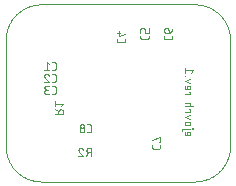
<source format=gbo>
G04 EAGLE Gerber RS-274X export*
G75*
%MOMM*%
%FSLAX35Y35*%
%LPD*%
%INsilk_bottom*%
%IPPOS*%
%AMOC8*
5,1,8,0,0,1.08239X$1,22.5*%
G01*
%ADD10C,0.010000*%
%ADD11C,0.050800*%


D10*
X3100000Y4100000D02*
X3100000Y3200000D01*
X3099912Y3192751D01*
X3099650Y3185506D01*
X3099212Y3178270D01*
X3098599Y3171046D01*
X3097813Y3163839D01*
X3096852Y3156653D01*
X3095718Y3149493D01*
X3094411Y3142362D01*
X3092932Y3135265D01*
X3091283Y3128205D01*
X3089463Y3121188D01*
X3087474Y3114216D01*
X3085317Y3107295D01*
X3082994Y3100428D01*
X3080505Y3093619D01*
X3077852Y3086872D01*
X3075038Y3080191D01*
X3072062Y3073580D01*
X3068928Y3067043D01*
X3065637Y3060583D01*
X3062190Y3054205D01*
X3058591Y3047912D01*
X3054840Y3041708D01*
X3050941Y3035596D01*
X3046895Y3029581D01*
X3042705Y3023664D01*
X3038373Y3017851D01*
X3033902Y3012144D01*
X3029295Y3006547D01*
X3024553Y3001063D01*
X3019681Y2995695D01*
X3014680Y2990447D01*
X3009553Y2985320D01*
X3004305Y2980319D01*
X2998937Y2975447D01*
X2993453Y2970705D01*
X2987856Y2966098D01*
X2982149Y2961627D01*
X2976336Y2957295D01*
X2970419Y2953105D01*
X2964404Y2949059D01*
X2958292Y2945160D01*
X2952088Y2941409D01*
X2945795Y2937810D01*
X2939417Y2934363D01*
X2932957Y2931072D01*
X2926420Y2927938D01*
X2919809Y2924962D01*
X2913128Y2922148D01*
X2906381Y2919495D01*
X2899572Y2917006D01*
X2892705Y2914683D01*
X2885784Y2912526D01*
X2878812Y2910537D01*
X2871795Y2908717D01*
X2864735Y2907068D01*
X2857638Y2905589D01*
X2850507Y2904282D01*
X2843347Y2903148D01*
X2836161Y2902187D01*
X2828954Y2901401D01*
X2821730Y2900788D01*
X2814494Y2900350D01*
X2807249Y2900088D01*
X2800000Y2900000D01*
X1500000Y2900000D01*
X1492751Y2900088D01*
X1485506Y2900350D01*
X1478270Y2900788D01*
X1471046Y2901401D01*
X1463839Y2902187D01*
X1456653Y2903148D01*
X1449493Y2904282D01*
X1442362Y2905589D01*
X1435265Y2907068D01*
X1428205Y2908717D01*
X1421188Y2910537D01*
X1414216Y2912526D01*
X1407295Y2914683D01*
X1400428Y2917006D01*
X1393619Y2919495D01*
X1386872Y2922148D01*
X1380191Y2924962D01*
X1373580Y2927938D01*
X1367043Y2931072D01*
X1360583Y2934363D01*
X1354205Y2937810D01*
X1347912Y2941409D01*
X1341708Y2945160D01*
X1335596Y2949059D01*
X1329581Y2953105D01*
X1323664Y2957295D01*
X1317851Y2961627D01*
X1312144Y2966098D01*
X1306547Y2970705D01*
X1301063Y2975447D01*
X1295695Y2980319D01*
X1290447Y2985320D01*
X1285320Y2990447D01*
X1280319Y2995695D01*
X1275447Y3001063D01*
X1270705Y3006547D01*
X1266098Y3012144D01*
X1261627Y3017851D01*
X1257295Y3023664D01*
X1253105Y3029581D01*
X1249059Y3035596D01*
X1245160Y3041708D01*
X1241409Y3047912D01*
X1237810Y3054205D01*
X1234363Y3060583D01*
X1231072Y3067043D01*
X1227938Y3073580D01*
X1224962Y3080191D01*
X1222148Y3086872D01*
X1219495Y3093619D01*
X1217006Y3100428D01*
X1214683Y3107295D01*
X1212526Y3114216D01*
X1210537Y3121188D01*
X1208717Y3128205D01*
X1207068Y3135265D01*
X1205589Y3142362D01*
X1204282Y3149493D01*
X1203148Y3156653D01*
X1202187Y3163839D01*
X1201401Y3171046D01*
X1200788Y3178270D01*
X1200350Y3185506D01*
X1200088Y3192751D01*
X1200000Y3200000D01*
X1200000Y4100000D01*
X1200088Y4107249D01*
X1200350Y4114494D01*
X1200788Y4121730D01*
X1201401Y4128954D01*
X1202187Y4136161D01*
X1203148Y4143347D01*
X1204282Y4150507D01*
X1205589Y4157638D01*
X1207068Y4164735D01*
X1208717Y4171795D01*
X1210537Y4178812D01*
X1212526Y4185784D01*
X1214683Y4192705D01*
X1217006Y4199572D01*
X1219495Y4206381D01*
X1222148Y4213128D01*
X1224962Y4219809D01*
X1227938Y4226420D01*
X1231072Y4232957D01*
X1234363Y4239417D01*
X1237810Y4245795D01*
X1241409Y4252088D01*
X1245160Y4258292D01*
X1249059Y4264404D01*
X1253105Y4270419D01*
X1257295Y4276336D01*
X1261627Y4282149D01*
X1266098Y4287856D01*
X1270705Y4293453D01*
X1275447Y4298937D01*
X1280319Y4304305D01*
X1285320Y4309553D01*
X1290447Y4314680D01*
X1295695Y4319681D01*
X1301063Y4324553D01*
X1306547Y4329295D01*
X1312144Y4333902D01*
X1317851Y4338373D01*
X1323664Y4342705D01*
X1329581Y4346895D01*
X1335596Y4350941D01*
X1341708Y4354840D01*
X1347912Y4358591D01*
X1354205Y4362190D01*
X1360583Y4365637D01*
X1367043Y4368928D01*
X1373580Y4372062D01*
X1380191Y4375038D01*
X1386872Y4377852D01*
X1393619Y4380505D01*
X1400428Y4382994D01*
X1407295Y4385317D01*
X1414216Y4387474D01*
X1421188Y4389463D01*
X1428205Y4391283D01*
X1435265Y4392932D01*
X1442362Y4394411D01*
X1449493Y4395718D01*
X1456653Y4396852D01*
X1463839Y4397813D01*
X1471046Y4398599D01*
X1478270Y4399212D01*
X1485506Y4399650D01*
X1492751Y4399912D01*
X1500000Y4400000D01*
X2800000Y4400000D01*
X2807249Y4399912D01*
X2814494Y4399650D01*
X2821730Y4399212D01*
X2828954Y4398599D01*
X2836161Y4397813D01*
X2843347Y4396852D01*
X2850507Y4395718D01*
X2857638Y4394411D01*
X2864735Y4392932D01*
X2871795Y4391283D01*
X2878812Y4389463D01*
X2885784Y4387474D01*
X2892705Y4385317D01*
X2899572Y4382994D01*
X2906381Y4380505D01*
X2913128Y4377852D01*
X2919809Y4375038D01*
X2926420Y4372062D01*
X2932957Y4368928D01*
X2939417Y4365637D01*
X2945795Y4362190D01*
X2952088Y4358591D01*
X2958292Y4354840D01*
X2964404Y4350941D01*
X2970419Y4346895D01*
X2976336Y4342705D01*
X2982149Y4338373D01*
X2987856Y4333902D01*
X2993453Y4329295D01*
X2998937Y4324553D01*
X3004305Y4319681D01*
X3009553Y4314680D01*
X3014680Y4309553D01*
X3019681Y4304305D01*
X3024553Y4298937D01*
X3029295Y4293453D01*
X3033902Y4287856D01*
X3038373Y4282149D01*
X3042705Y4276336D01*
X3046895Y4270419D01*
X3050941Y4264404D01*
X3054840Y4258292D01*
X3058591Y4252088D01*
X3062190Y4245795D01*
X3065637Y4239417D01*
X3068928Y4232957D01*
X3072062Y4226420D01*
X3075038Y4219809D01*
X3077852Y4213128D01*
X3080505Y4206381D01*
X3082994Y4199572D01*
X3085317Y4192705D01*
X3087474Y4185784D01*
X3089463Y4178812D01*
X3091283Y4171795D01*
X3092932Y4164735D01*
X3094411Y4157638D01*
X3095718Y4150507D01*
X3096852Y4143347D01*
X3097813Y4136161D01*
X3098599Y4128954D01*
X3099212Y4121730D01*
X3099650Y4114494D01*
X3099912Y4107249D01*
X3100000Y4100000D01*
D11*
X2715040Y3320847D02*
X2715040Y3301424D01*
X2715043Y3301142D01*
X2715054Y3300861D01*
X2715071Y3300580D01*
X2715094Y3300299D01*
X2715125Y3300019D01*
X2715162Y3299740D01*
X2715206Y3299462D01*
X2715257Y3299185D01*
X2715315Y3298909D01*
X2715379Y3298635D01*
X2715449Y3298363D01*
X2715527Y3298092D01*
X2715610Y3297823D01*
X2715701Y3297556D01*
X2715797Y3297292D01*
X2715900Y3297030D01*
X2716010Y3296770D01*
X2716125Y3296513D01*
X2716247Y3296259D01*
X2716375Y3296009D01*
X2716509Y3295761D01*
X2716648Y3295516D01*
X2716794Y3295275D01*
X2716946Y3295038D01*
X2717103Y3294804D01*
X2717266Y3294575D01*
X2717434Y3294349D01*
X2717607Y3294127D01*
X2717786Y3293910D01*
X2717971Y3293697D01*
X2718160Y3293488D01*
X2718354Y3293284D01*
X2718553Y3293085D01*
X2718757Y3292891D01*
X2718966Y3292702D01*
X2719179Y3292517D01*
X2719396Y3292338D01*
X2719618Y3292165D01*
X2719844Y3291997D01*
X2720073Y3291834D01*
X2720307Y3291677D01*
X2720544Y3291525D01*
X2720785Y3291379D01*
X2721030Y3291240D01*
X2721278Y3291106D01*
X2721528Y3290978D01*
X2721782Y3290856D01*
X2722039Y3290741D01*
X2722299Y3290631D01*
X2722561Y3290528D01*
X2722825Y3290432D01*
X2723092Y3290341D01*
X2723361Y3290258D01*
X2723632Y3290180D01*
X2723904Y3290110D01*
X2724178Y3290046D01*
X2724454Y3289988D01*
X2724731Y3289937D01*
X2725009Y3289893D01*
X2725288Y3289856D01*
X2725568Y3289825D01*
X2725849Y3289802D01*
X2726130Y3289785D01*
X2726411Y3289774D01*
X2726693Y3289771D01*
X2746115Y3289771D01*
X2746493Y3289776D01*
X2746872Y3289789D01*
X2747249Y3289812D01*
X2747626Y3289845D01*
X2748002Y3289886D01*
X2748377Y3289937D01*
X2748751Y3289996D01*
X2749123Y3290065D01*
X2749493Y3290143D01*
X2749862Y3290229D01*
X2750228Y3290325D01*
X2750591Y3290430D01*
X2750952Y3290543D01*
X2751311Y3290665D01*
X2751666Y3290796D01*
X2752017Y3290936D01*
X2752366Y3291084D01*
X2752710Y3291240D01*
X2753051Y3291405D01*
X2753387Y3291578D01*
X2753720Y3291759D01*
X2754047Y3291948D01*
X2754370Y3292145D01*
X2754688Y3292350D01*
X2755001Y3292563D01*
X2755309Y3292783D01*
X2755611Y3293011D01*
X2755908Y3293246D01*
X2756199Y3293488D01*
X2756484Y3293737D01*
X2756763Y3293993D01*
X2757035Y3294255D01*
X2757301Y3294524D01*
X2757560Y3294800D01*
X2757813Y3295082D01*
X2758058Y3295370D01*
X2758297Y3295664D01*
X2758528Y3295963D01*
X2758752Y3296268D01*
X2758968Y3296578D01*
X2759177Y3296894D01*
X2759378Y3297215D01*
X2759571Y3297540D01*
X2759756Y3297870D01*
X2759934Y3298204D01*
X2760103Y3298543D01*
X2760263Y3298886D01*
X2760415Y3299232D01*
X2760559Y3299582D01*
X2760694Y3299935D01*
X2760821Y3300292D01*
X2760939Y3300652D01*
X2761048Y3301014D01*
X2761148Y3301379D01*
X2761239Y3301746D01*
X2761321Y3302115D01*
X2761395Y3302487D01*
X2761459Y3302860D01*
X2761514Y3303234D01*
X2761560Y3303610D01*
X2761597Y3303986D01*
X2761624Y3304364D01*
X2761643Y3304742D01*
X2761652Y3305120D01*
X2761652Y3305498D01*
X2761643Y3305876D01*
X2761624Y3306254D01*
X2761597Y3306632D01*
X2761560Y3307008D01*
X2761514Y3307384D01*
X2761459Y3307758D01*
X2761395Y3308131D01*
X2761321Y3308503D01*
X2761239Y3308872D01*
X2761148Y3309239D01*
X2761048Y3309604D01*
X2760939Y3309966D01*
X2760821Y3310326D01*
X2760694Y3310683D01*
X2760559Y3311036D01*
X2760415Y3311386D01*
X2760263Y3311732D01*
X2760103Y3312075D01*
X2759934Y3312414D01*
X2759756Y3312748D01*
X2759571Y3313078D01*
X2759378Y3313403D01*
X2759177Y3313724D01*
X2758968Y3314040D01*
X2758752Y3314350D01*
X2758528Y3314655D01*
X2758297Y3314954D01*
X2758058Y3315248D01*
X2757813Y3315536D01*
X2757560Y3315818D01*
X2757301Y3316094D01*
X2757035Y3316363D01*
X2756763Y3316625D01*
X2756484Y3316881D01*
X2756199Y3317130D01*
X2755908Y3317372D01*
X2755611Y3317607D01*
X2755309Y3317835D01*
X2755001Y3318055D01*
X2754688Y3318268D01*
X2754370Y3318473D01*
X2754047Y3318670D01*
X2753720Y3318859D01*
X2753387Y3319040D01*
X2753051Y3319213D01*
X2752710Y3319378D01*
X2752366Y3319534D01*
X2752017Y3319682D01*
X2751666Y3319822D01*
X2751311Y3319953D01*
X2750952Y3320075D01*
X2750591Y3320188D01*
X2750228Y3320293D01*
X2749862Y3320389D01*
X2749493Y3320475D01*
X2749123Y3320553D01*
X2748751Y3320622D01*
X2748377Y3320681D01*
X2748002Y3320732D01*
X2747626Y3320773D01*
X2747249Y3320806D01*
X2746872Y3320829D01*
X2746493Y3320842D01*
X2746115Y3320847D01*
X2738347Y3320847D01*
X2738347Y3289771D01*
X2761653Y3346981D02*
X2703387Y3346981D01*
X2703387Y3346982D02*
X2703101Y3346978D01*
X2702815Y3346968D01*
X2702530Y3346950D01*
X2702245Y3346926D01*
X2701960Y3346894D01*
X2701677Y3346856D01*
X2701395Y3346810D01*
X2701113Y3346758D01*
X2700834Y3346699D01*
X2700555Y3346633D01*
X2700279Y3346560D01*
X2700004Y3346480D01*
X2699731Y3346394D01*
X2699461Y3346301D01*
X2699193Y3346201D01*
X2698927Y3346095D01*
X2698664Y3345982D01*
X2698404Y3345863D01*
X2698147Y3345738D01*
X2697894Y3345606D01*
X2697643Y3345468D01*
X2697396Y3345324D01*
X2697152Y3345174D01*
X2696913Y3345018D01*
X2696677Y3344856D01*
X2696445Y3344689D01*
X2696217Y3344516D01*
X2695994Y3344337D01*
X2695775Y3344153D01*
X2695561Y3343963D01*
X2695351Y3343769D01*
X2695147Y3343569D01*
X2694947Y3343364D01*
X2694752Y3343155D01*
X2694563Y3342940D01*
X2694379Y3342721D01*
X2694200Y3342498D01*
X2694027Y3342271D01*
X2693859Y3342039D01*
X2693697Y3341803D01*
X2693541Y3341563D01*
X2693391Y3341320D01*
X2693247Y3341073D01*
X2693109Y3340822D01*
X2692978Y3340568D01*
X2692852Y3340311D01*
X2692733Y3340051D01*
X2692620Y3339788D01*
X2692514Y3339523D01*
X2692414Y3339255D01*
X2692321Y3338984D01*
X2692235Y3338711D01*
X2692155Y3338437D01*
X2692082Y3338160D01*
X2692016Y3337882D01*
X2691957Y3337602D01*
X2691905Y3337321D01*
X2691859Y3337039D01*
X2691821Y3336755D01*
X2691789Y3336471D01*
X2691765Y3336186D01*
X2691747Y3335900D01*
X2691737Y3335615D01*
X2691733Y3335329D01*
X2691733Y3335328D02*
X2691733Y3331444D01*
X2781075Y3345039D02*
X2784960Y3345039D01*
X2784960Y3348924D01*
X2781075Y3348924D01*
X2781075Y3345039D01*
X2746115Y3375271D02*
X2730578Y3375271D01*
X2746115Y3375270D02*
X2746493Y3375275D01*
X2746872Y3375288D01*
X2747249Y3375311D01*
X2747626Y3375344D01*
X2748002Y3375385D01*
X2748377Y3375436D01*
X2748751Y3375495D01*
X2749123Y3375564D01*
X2749493Y3375642D01*
X2749862Y3375728D01*
X2750228Y3375824D01*
X2750591Y3375929D01*
X2750952Y3376042D01*
X2751311Y3376164D01*
X2751666Y3376295D01*
X2752017Y3376435D01*
X2752366Y3376583D01*
X2752710Y3376739D01*
X2753051Y3376904D01*
X2753387Y3377077D01*
X2753720Y3377258D01*
X2754047Y3377447D01*
X2754370Y3377644D01*
X2754688Y3377849D01*
X2755001Y3378062D01*
X2755309Y3378282D01*
X2755611Y3378510D01*
X2755908Y3378745D01*
X2756199Y3378987D01*
X2756484Y3379236D01*
X2756763Y3379492D01*
X2757035Y3379754D01*
X2757301Y3380023D01*
X2757560Y3380299D01*
X2757813Y3380581D01*
X2758058Y3380869D01*
X2758297Y3381163D01*
X2758528Y3381462D01*
X2758752Y3381767D01*
X2758968Y3382077D01*
X2759177Y3382393D01*
X2759378Y3382714D01*
X2759571Y3383039D01*
X2759756Y3383369D01*
X2759934Y3383703D01*
X2760103Y3384042D01*
X2760263Y3384385D01*
X2760415Y3384731D01*
X2760559Y3385081D01*
X2760694Y3385434D01*
X2760821Y3385791D01*
X2760939Y3386151D01*
X2761048Y3386513D01*
X2761148Y3386878D01*
X2761239Y3387245D01*
X2761321Y3387614D01*
X2761395Y3387986D01*
X2761459Y3388359D01*
X2761514Y3388733D01*
X2761560Y3389109D01*
X2761597Y3389485D01*
X2761624Y3389863D01*
X2761643Y3390241D01*
X2761652Y3390619D01*
X2761652Y3390997D01*
X2761643Y3391375D01*
X2761624Y3391753D01*
X2761597Y3392131D01*
X2761560Y3392507D01*
X2761514Y3392883D01*
X2761459Y3393257D01*
X2761395Y3393630D01*
X2761321Y3394002D01*
X2761239Y3394371D01*
X2761148Y3394738D01*
X2761048Y3395103D01*
X2760939Y3395465D01*
X2760821Y3395825D01*
X2760694Y3396182D01*
X2760559Y3396535D01*
X2760415Y3396885D01*
X2760263Y3397231D01*
X2760103Y3397574D01*
X2759934Y3397913D01*
X2759756Y3398247D01*
X2759571Y3398577D01*
X2759378Y3398902D01*
X2759177Y3399223D01*
X2758968Y3399539D01*
X2758752Y3399849D01*
X2758528Y3400154D01*
X2758297Y3400453D01*
X2758058Y3400747D01*
X2757813Y3401035D01*
X2757560Y3401317D01*
X2757301Y3401593D01*
X2757035Y3401862D01*
X2756763Y3402124D01*
X2756484Y3402380D01*
X2756199Y3402629D01*
X2755908Y3402871D01*
X2755611Y3403106D01*
X2755309Y3403334D01*
X2755001Y3403554D01*
X2754688Y3403767D01*
X2754370Y3403972D01*
X2754047Y3404169D01*
X2753720Y3404358D01*
X2753387Y3404539D01*
X2753051Y3404712D01*
X2752710Y3404877D01*
X2752366Y3405033D01*
X2752017Y3405181D01*
X2751666Y3405321D01*
X2751311Y3405452D01*
X2750952Y3405574D01*
X2750591Y3405687D01*
X2750228Y3405792D01*
X2749862Y3405888D01*
X2749493Y3405974D01*
X2749123Y3406052D01*
X2748751Y3406121D01*
X2748377Y3406180D01*
X2748002Y3406231D01*
X2747626Y3406272D01*
X2747249Y3406305D01*
X2746872Y3406328D01*
X2746493Y3406341D01*
X2746115Y3406346D01*
X2730578Y3406346D01*
X2730200Y3406341D01*
X2729821Y3406328D01*
X2729444Y3406305D01*
X2729067Y3406272D01*
X2728691Y3406231D01*
X2728316Y3406180D01*
X2727942Y3406121D01*
X2727570Y3406052D01*
X2727200Y3405974D01*
X2726831Y3405888D01*
X2726465Y3405792D01*
X2726102Y3405687D01*
X2725741Y3405574D01*
X2725382Y3405452D01*
X2725027Y3405321D01*
X2724676Y3405181D01*
X2724327Y3405033D01*
X2723983Y3404877D01*
X2723642Y3404712D01*
X2723306Y3404539D01*
X2722973Y3404358D01*
X2722646Y3404169D01*
X2722323Y3403972D01*
X2722005Y3403767D01*
X2721692Y3403554D01*
X2721384Y3403334D01*
X2721082Y3403106D01*
X2720785Y3402871D01*
X2720494Y3402629D01*
X2720209Y3402380D01*
X2719930Y3402124D01*
X2719658Y3401862D01*
X2719392Y3401593D01*
X2719133Y3401317D01*
X2718880Y3401035D01*
X2718635Y3400747D01*
X2718396Y3400453D01*
X2718165Y3400154D01*
X2717941Y3399849D01*
X2717725Y3399539D01*
X2717516Y3399223D01*
X2717315Y3398902D01*
X2717122Y3398577D01*
X2716937Y3398247D01*
X2716759Y3397913D01*
X2716590Y3397574D01*
X2716430Y3397231D01*
X2716278Y3396885D01*
X2716134Y3396535D01*
X2715999Y3396182D01*
X2715872Y3395825D01*
X2715754Y3395465D01*
X2715645Y3395103D01*
X2715545Y3394738D01*
X2715454Y3394371D01*
X2715372Y3394002D01*
X2715298Y3393630D01*
X2715234Y3393257D01*
X2715179Y3392883D01*
X2715133Y3392507D01*
X2715096Y3392131D01*
X2715069Y3391753D01*
X2715050Y3391375D01*
X2715041Y3390997D01*
X2715041Y3390619D01*
X2715050Y3390241D01*
X2715069Y3389863D01*
X2715096Y3389485D01*
X2715133Y3389109D01*
X2715179Y3388733D01*
X2715234Y3388359D01*
X2715298Y3387986D01*
X2715372Y3387614D01*
X2715454Y3387245D01*
X2715545Y3386878D01*
X2715645Y3386513D01*
X2715754Y3386151D01*
X2715872Y3385791D01*
X2715999Y3385434D01*
X2716134Y3385081D01*
X2716278Y3384731D01*
X2716430Y3384385D01*
X2716590Y3384042D01*
X2716759Y3383703D01*
X2716937Y3383369D01*
X2717122Y3383039D01*
X2717315Y3382714D01*
X2717516Y3382393D01*
X2717725Y3382077D01*
X2717941Y3381767D01*
X2718165Y3381462D01*
X2718396Y3381163D01*
X2718635Y3380869D01*
X2718880Y3380581D01*
X2719133Y3380299D01*
X2719392Y3380023D01*
X2719658Y3379754D01*
X2719930Y3379492D01*
X2720209Y3379236D01*
X2720494Y3378987D01*
X2720785Y3378745D01*
X2721082Y3378510D01*
X2721384Y3378282D01*
X2721692Y3378062D01*
X2722005Y3377849D01*
X2722323Y3377644D01*
X2722646Y3377447D01*
X2722973Y3377258D01*
X2723306Y3377077D01*
X2723642Y3376904D01*
X2723983Y3376739D01*
X2724327Y3376583D01*
X2724676Y3376435D01*
X2725027Y3376295D01*
X2725382Y3376164D01*
X2725741Y3376042D01*
X2726102Y3375929D01*
X2726465Y3375824D01*
X2726831Y3375728D01*
X2727200Y3375642D01*
X2727570Y3375564D01*
X2727942Y3375495D01*
X2728316Y3375436D01*
X2728691Y3375385D01*
X2729067Y3375344D01*
X2729444Y3375311D01*
X2729821Y3375288D01*
X2730200Y3375275D01*
X2730578Y3375270D01*
X2761653Y3431521D02*
X2715040Y3447058D01*
X2761653Y3462596D01*
X2761653Y3490383D02*
X2715040Y3490383D01*
X2761653Y3490383D02*
X2761653Y3513689D01*
X2753884Y3513689D01*
X2784960Y3537270D02*
X2715040Y3537270D01*
X2761653Y3537270D02*
X2761653Y3556692D01*
X2761650Y3556974D01*
X2761639Y3557255D01*
X2761622Y3557536D01*
X2761599Y3557817D01*
X2761568Y3558097D01*
X2761531Y3558376D01*
X2761487Y3558654D01*
X2761436Y3558931D01*
X2761378Y3559207D01*
X2761314Y3559481D01*
X2761244Y3559753D01*
X2761166Y3560024D01*
X2761083Y3560293D01*
X2760992Y3560560D01*
X2760896Y3560824D01*
X2760793Y3561086D01*
X2760683Y3561346D01*
X2760568Y3561603D01*
X2760446Y3561857D01*
X2760318Y3562107D01*
X2760184Y3562355D01*
X2760045Y3562600D01*
X2759899Y3562841D01*
X2759747Y3563078D01*
X2759590Y3563312D01*
X2759427Y3563541D01*
X2759259Y3563767D01*
X2759086Y3563989D01*
X2758907Y3564206D01*
X2758722Y3564419D01*
X2758533Y3564628D01*
X2758339Y3564832D01*
X2758140Y3565031D01*
X2757936Y3565225D01*
X2757727Y3565414D01*
X2757514Y3565599D01*
X2757297Y3565778D01*
X2757075Y3565951D01*
X2756849Y3566119D01*
X2756620Y3566282D01*
X2756386Y3566439D01*
X2756149Y3566591D01*
X2755908Y3566737D01*
X2755663Y3566876D01*
X2755415Y3567010D01*
X2755165Y3567138D01*
X2754911Y3567260D01*
X2754654Y3567375D01*
X2754394Y3567485D01*
X2754132Y3567588D01*
X2753868Y3567684D01*
X2753601Y3567775D01*
X2753332Y3567858D01*
X2753061Y3567936D01*
X2752789Y3568006D01*
X2752515Y3568070D01*
X2752239Y3568128D01*
X2751962Y3568179D01*
X2751684Y3568223D01*
X2751405Y3568260D01*
X2751125Y3568291D01*
X2750844Y3568314D01*
X2750563Y3568331D01*
X2750282Y3568342D01*
X2750000Y3568345D01*
X2715040Y3568345D01*
X2715040Y3636632D02*
X2761653Y3636632D01*
X2761653Y3659938D01*
X2753884Y3659938D01*
X2715040Y3692922D02*
X2715040Y3712344D01*
X2715040Y3692922D02*
X2715043Y3692640D01*
X2715054Y3692359D01*
X2715071Y3692078D01*
X2715094Y3691797D01*
X2715125Y3691517D01*
X2715162Y3691238D01*
X2715206Y3690960D01*
X2715257Y3690683D01*
X2715315Y3690407D01*
X2715379Y3690133D01*
X2715449Y3689861D01*
X2715527Y3689590D01*
X2715610Y3689321D01*
X2715701Y3689054D01*
X2715797Y3688790D01*
X2715900Y3688528D01*
X2716010Y3688268D01*
X2716125Y3688011D01*
X2716247Y3687757D01*
X2716375Y3687507D01*
X2716509Y3687259D01*
X2716648Y3687014D01*
X2716794Y3686773D01*
X2716946Y3686536D01*
X2717103Y3686302D01*
X2717266Y3686073D01*
X2717434Y3685847D01*
X2717607Y3685625D01*
X2717786Y3685408D01*
X2717971Y3685195D01*
X2718160Y3684986D01*
X2718354Y3684782D01*
X2718553Y3684583D01*
X2718757Y3684389D01*
X2718966Y3684200D01*
X2719179Y3684015D01*
X2719396Y3683836D01*
X2719618Y3683663D01*
X2719844Y3683495D01*
X2720073Y3683332D01*
X2720307Y3683175D01*
X2720544Y3683023D01*
X2720785Y3682877D01*
X2721030Y3682738D01*
X2721278Y3682604D01*
X2721528Y3682476D01*
X2721782Y3682354D01*
X2722039Y3682239D01*
X2722299Y3682129D01*
X2722561Y3682026D01*
X2722825Y3681930D01*
X2723092Y3681839D01*
X2723361Y3681756D01*
X2723632Y3681678D01*
X2723904Y3681608D01*
X2724178Y3681544D01*
X2724454Y3681486D01*
X2724731Y3681435D01*
X2725009Y3681391D01*
X2725288Y3681354D01*
X2725568Y3681323D01*
X2725849Y3681300D01*
X2726130Y3681283D01*
X2726411Y3681272D01*
X2726693Y3681269D01*
X2746115Y3681269D01*
X2746493Y3681274D01*
X2746872Y3681287D01*
X2747249Y3681310D01*
X2747626Y3681343D01*
X2748002Y3681384D01*
X2748377Y3681435D01*
X2748751Y3681494D01*
X2749123Y3681563D01*
X2749493Y3681641D01*
X2749862Y3681727D01*
X2750228Y3681823D01*
X2750591Y3681928D01*
X2750952Y3682041D01*
X2751311Y3682163D01*
X2751666Y3682294D01*
X2752017Y3682434D01*
X2752366Y3682582D01*
X2752710Y3682738D01*
X2753051Y3682903D01*
X2753387Y3683076D01*
X2753720Y3683257D01*
X2754047Y3683446D01*
X2754370Y3683643D01*
X2754688Y3683848D01*
X2755001Y3684061D01*
X2755309Y3684281D01*
X2755611Y3684509D01*
X2755908Y3684744D01*
X2756199Y3684986D01*
X2756484Y3685235D01*
X2756763Y3685491D01*
X2757035Y3685753D01*
X2757301Y3686022D01*
X2757560Y3686298D01*
X2757813Y3686580D01*
X2758058Y3686868D01*
X2758297Y3687162D01*
X2758528Y3687461D01*
X2758752Y3687766D01*
X2758968Y3688076D01*
X2759177Y3688392D01*
X2759378Y3688713D01*
X2759571Y3689038D01*
X2759756Y3689368D01*
X2759934Y3689702D01*
X2760103Y3690041D01*
X2760263Y3690384D01*
X2760415Y3690730D01*
X2760559Y3691080D01*
X2760694Y3691433D01*
X2760821Y3691790D01*
X2760939Y3692150D01*
X2761048Y3692512D01*
X2761148Y3692877D01*
X2761239Y3693244D01*
X2761321Y3693613D01*
X2761395Y3693985D01*
X2761459Y3694358D01*
X2761514Y3694732D01*
X2761560Y3695108D01*
X2761597Y3695484D01*
X2761624Y3695862D01*
X2761643Y3696240D01*
X2761652Y3696618D01*
X2761652Y3696996D01*
X2761643Y3697374D01*
X2761624Y3697752D01*
X2761597Y3698130D01*
X2761560Y3698506D01*
X2761514Y3698882D01*
X2761459Y3699256D01*
X2761395Y3699629D01*
X2761321Y3700001D01*
X2761239Y3700370D01*
X2761148Y3700737D01*
X2761048Y3701102D01*
X2760939Y3701464D01*
X2760821Y3701824D01*
X2760694Y3702181D01*
X2760559Y3702534D01*
X2760415Y3702884D01*
X2760263Y3703230D01*
X2760103Y3703573D01*
X2759934Y3703912D01*
X2759756Y3704246D01*
X2759571Y3704576D01*
X2759378Y3704901D01*
X2759177Y3705222D01*
X2758968Y3705538D01*
X2758752Y3705848D01*
X2758528Y3706153D01*
X2758297Y3706452D01*
X2758058Y3706746D01*
X2757813Y3707034D01*
X2757560Y3707316D01*
X2757301Y3707592D01*
X2757035Y3707861D01*
X2756763Y3708123D01*
X2756484Y3708379D01*
X2756199Y3708628D01*
X2755908Y3708870D01*
X2755611Y3709105D01*
X2755309Y3709333D01*
X2755001Y3709553D01*
X2754688Y3709766D01*
X2754370Y3709971D01*
X2754047Y3710168D01*
X2753720Y3710357D01*
X2753387Y3710538D01*
X2753051Y3710711D01*
X2752710Y3710876D01*
X2752366Y3711032D01*
X2752017Y3711180D01*
X2751666Y3711320D01*
X2751311Y3711451D01*
X2750952Y3711573D01*
X2750591Y3711686D01*
X2750228Y3711791D01*
X2749862Y3711887D01*
X2749493Y3711973D01*
X2749123Y3712051D01*
X2748751Y3712120D01*
X2748377Y3712179D01*
X2748002Y3712230D01*
X2747626Y3712271D01*
X2747249Y3712304D01*
X2746872Y3712327D01*
X2746493Y3712340D01*
X2746115Y3712345D01*
X2746115Y3712344D02*
X2738347Y3712344D01*
X2738347Y3681269D01*
X2761653Y3737519D02*
X2715040Y3753056D01*
X2761653Y3768594D01*
X2718924Y3791614D02*
X2715040Y3791614D01*
X2718924Y3791614D02*
X2718924Y3795498D01*
X2715040Y3795498D01*
X2715040Y3791614D01*
X2769422Y3821384D02*
X2784960Y3840806D01*
X2715040Y3840806D01*
X2715040Y3821384D02*
X2715040Y3860228D01*
X2140040Y4093078D02*
X2140040Y4108615D01*
X2140040Y4093078D02*
X2140045Y4092703D01*
X2140058Y4092327D01*
X2140081Y4091953D01*
X2140113Y4091578D01*
X2140153Y4091205D01*
X2140203Y4090833D01*
X2140262Y4090462D01*
X2140329Y4090093D01*
X2140406Y4089725D01*
X2140492Y4089360D01*
X2140586Y4088996D01*
X2140689Y4088635D01*
X2140800Y4088276D01*
X2140921Y4087921D01*
X2141050Y4087568D01*
X2141187Y4087219D01*
X2141333Y4086873D01*
X2141487Y4086530D01*
X2141649Y4086192D01*
X2141820Y4085857D01*
X2141998Y4085527D01*
X2142185Y4085201D01*
X2142379Y4084880D01*
X2142581Y4084563D01*
X2142790Y4084251D01*
X2143007Y4083945D01*
X2143232Y4083644D01*
X2143463Y4083348D01*
X2143702Y4083058D01*
X2143948Y4082774D01*
X2144200Y4082496D01*
X2144459Y4082225D01*
X2144725Y4081959D01*
X2144996Y4081700D01*
X2145274Y4081448D01*
X2145558Y4081202D01*
X2145848Y4080963D01*
X2146144Y4080732D01*
X2146445Y4080507D01*
X2146751Y4080290D01*
X2147063Y4080081D01*
X2147380Y4079879D01*
X2147701Y4079685D01*
X2148027Y4079498D01*
X2148357Y4079320D01*
X2148692Y4079149D01*
X2149030Y4078987D01*
X2149373Y4078833D01*
X2149719Y4078687D01*
X2150068Y4078550D01*
X2150421Y4078421D01*
X2150776Y4078300D01*
X2151135Y4078189D01*
X2151496Y4078086D01*
X2151860Y4077992D01*
X2152225Y4077906D01*
X2152593Y4077829D01*
X2152962Y4077762D01*
X2153333Y4077703D01*
X2153705Y4077653D01*
X2154078Y4077613D01*
X2154453Y4077581D01*
X2154827Y4077558D01*
X2155203Y4077545D01*
X2155578Y4077540D01*
X2194422Y4077540D01*
X2194803Y4077545D01*
X2195184Y4077559D01*
X2195565Y4077582D01*
X2195945Y4077615D01*
X2196324Y4077657D01*
X2196702Y4077708D01*
X2197078Y4077769D01*
X2197453Y4077839D01*
X2197826Y4077918D01*
X2198197Y4078006D01*
X2198566Y4078103D01*
X2198932Y4078209D01*
X2199296Y4078324D01*
X2199657Y4078448D01*
X2200014Y4078581D01*
X2200368Y4078723D01*
X2200719Y4078873D01*
X2201065Y4079032D01*
X2201408Y4079199D01*
X2201746Y4079375D01*
X2202081Y4079559D01*
X2202410Y4079751D01*
X2202735Y4079951D01*
X2203054Y4080159D01*
X2203369Y4080374D01*
X2203678Y4080598D01*
X2203981Y4080829D01*
X2204279Y4081067D01*
X2204571Y4081312D01*
X2204857Y4081565D01*
X2205136Y4081825D01*
X2205409Y4082091D01*
X2205675Y4082364D01*
X2205935Y4082643D01*
X2206187Y4082929D01*
X2206433Y4083221D01*
X2206671Y4083518D01*
X2206902Y4083822D01*
X2207126Y4084131D01*
X2207341Y4084445D01*
X2207549Y4084765D01*
X2207749Y4085090D01*
X2207941Y4085419D01*
X2208125Y4085753D01*
X2208301Y4086092D01*
X2208468Y4086434D01*
X2208627Y4086781D01*
X2208777Y4087132D01*
X2208919Y4087486D01*
X2209052Y4087843D01*
X2209176Y4088204D01*
X2209291Y4088567D01*
X2209397Y4088934D01*
X2209494Y4089302D01*
X2209582Y4089673D01*
X2209661Y4090046D01*
X2209731Y4090421D01*
X2209792Y4090798D01*
X2209843Y4091176D01*
X2209885Y4091555D01*
X2209918Y4091935D01*
X2209941Y4092315D01*
X2209955Y4092696D01*
X2209960Y4093078D01*
X2209960Y4108615D01*
X2209960Y4149508D02*
X2155578Y4133971D01*
X2155578Y4172815D01*
X2171115Y4161162D02*
X2140040Y4161162D01*
X1607278Y3640040D02*
X1591740Y3640040D01*
X1607278Y3640040D02*
X1607653Y3640045D01*
X1608029Y3640058D01*
X1608403Y3640081D01*
X1608778Y3640113D01*
X1609151Y3640153D01*
X1609523Y3640203D01*
X1609894Y3640262D01*
X1610263Y3640329D01*
X1610631Y3640406D01*
X1610996Y3640492D01*
X1611360Y3640586D01*
X1611721Y3640689D01*
X1612080Y3640800D01*
X1612435Y3640921D01*
X1612788Y3641050D01*
X1613137Y3641187D01*
X1613483Y3641333D01*
X1613826Y3641487D01*
X1614164Y3641649D01*
X1614499Y3641820D01*
X1614829Y3641998D01*
X1615155Y3642185D01*
X1615476Y3642379D01*
X1615793Y3642581D01*
X1616105Y3642790D01*
X1616411Y3643007D01*
X1616712Y3643232D01*
X1617008Y3643463D01*
X1617298Y3643702D01*
X1617582Y3643948D01*
X1617860Y3644200D01*
X1618131Y3644459D01*
X1618397Y3644725D01*
X1618656Y3644996D01*
X1618908Y3645274D01*
X1619154Y3645558D01*
X1619393Y3645848D01*
X1619624Y3646144D01*
X1619849Y3646445D01*
X1620066Y3646751D01*
X1620275Y3647063D01*
X1620477Y3647380D01*
X1620671Y3647701D01*
X1620858Y3648027D01*
X1621036Y3648357D01*
X1621207Y3648692D01*
X1621369Y3649030D01*
X1621523Y3649373D01*
X1621669Y3649719D01*
X1621806Y3650068D01*
X1621935Y3650421D01*
X1622056Y3650776D01*
X1622167Y3651135D01*
X1622270Y3651496D01*
X1622364Y3651860D01*
X1622450Y3652225D01*
X1622527Y3652593D01*
X1622594Y3652962D01*
X1622653Y3653333D01*
X1622703Y3653705D01*
X1622743Y3654078D01*
X1622775Y3654453D01*
X1622798Y3654827D01*
X1622811Y3655203D01*
X1622816Y3655578D01*
X1622815Y3655578D02*
X1622815Y3694422D01*
X1622816Y3694422D02*
X1622811Y3694797D01*
X1622798Y3695173D01*
X1622775Y3695547D01*
X1622743Y3695922D01*
X1622703Y3696295D01*
X1622653Y3696667D01*
X1622594Y3697038D01*
X1622527Y3697407D01*
X1622450Y3697775D01*
X1622364Y3698140D01*
X1622270Y3698504D01*
X1622167Y3698865D01*
X1622056Y3699224D01*
X1621935Y3699579D01*
X1621806Y3699932D01*
X1621669Y3700281D01*
X1621523Y3700627D01*
X1621369Y3700970D01*
X1621207Y3701308D01*
X1621036Y3701643D01*
X1620858Y3701973D01*
X1620671Y3702299D01*
X1620477Y3702620D01*
X1620275Y3702937D01*
X1620066Y3703249D01*
X1619849Y3703555D01*
X1619624Y3703856D01*
X1619393Y3704152D01*
X1619154Y3704442D01*
X1618908Y3704726D01*
X1618656Y3705004D01*
X1618397Y3705275D01*
X1618131Y3705541D01*
X1617860Y3705800D01*
X1617582Y3706052D01*
X1617298Y3706298D01*
X1617008Y3706537D01*
X1616712Y3706768D01*
X1616411Y3706993D01*
X1616105Y3707210D01*
X1615793Y3707419D01*
X1615476Y3707621D01*
X1615155Y3707815D01*
X1614829Y3708002D01*
X1614499Y3708180D01*
X1614164Y3708351D01*
X1613826Y3708513D01*
X1613483Y3708667D01*
X1613137Y3708813D01*
X1612788Y3708950D01*
X1612435Y3709079D01*
X1612080Y3709200D01*
X1611721Y3709311D01*
X1611360Y3709414D01*
X1610996Y3709508D01*
X1610631Y3709594D01*
X1610263Y3709671D01*
X1609894Y3709738D01*
X1609523Y3709797D01*
X1609151Y3709847D01*
X1608778Y3709887D01*
X1608403Y3709919D01*
X1608029Y3709942D01*
X1607653Y3709955D01*
X1607278Y3709960D01*
X1591740Y3709960D01*
X1566384Y3640040D02*
X1546962Y3640040D01*
X1546489Y3640046D01*
X1546016Y3640063D01*
X1545544Y3640092D01*
X1545073Y3640132D01*
X1544603Y3640184D01*
X1544134Y3640247D01*
X1543667Y3640322D01*
X1543202Y3640407D01*
X1542739Y3640505D01*
X1542279Y3640613D01*
X1541821Y3640733D01*
X1541367Y3640863D01*
X1540915Y3641005D01*
X1540468Y3641158D01*
X1540024Y3641322D01*
X1539584Y3641496D01*
X1539149Y3641681D01*
X1538718Y3641876D01*
X1538292Y3642082D01*
X1537872Y3642299D01*
X1537457Y3642525D01*
X1537047Y3642762D01*
X1536643Y3643008D01*
X1536246Y3643264D01*
X1535854Y3643530D01*
X1535470Y3643805D01*
X1535092Y3644090D01*
X1534721Y3644383D01*
X1534357Y3644686D01*
X1534001Y3644997D01*
X1533653Y3645317D01*
X1533312Y3645645D01*
X1532980Y3645982D01*
X1532656Y3646326D01*
X1532340Y3646678D01*
X1532033Y3647038D01*
X1531735Y3647405D01*
X1531446Y3647780D01*
X1531166Y3648161D01*
X1530896Y3648549D01*
X1530635Y3648944D01*
X1530384Y3649344D01*
X1530142Y3649751D01*
X1529911Y3650163D01*
X1529689Y3650581D01*
X1529478Y3651005D01*
X1529277Y3651433D01*
X1529087Y3651866D01*
X1528907Y3652303D01*
X1528738Y3652745D01*
X1528580Y3653191D01*
X1528433Y3653640D01*
X1528297Y3654093D01*
X1528172Y3654550D01*
X1528057Y3655009D01*
X1527955Y3655470D01*
X1527863Y3655934D01*
X1527783Y3656400D01*
X1527714Y3656868D01*
X1527657Y3657338D01*
X1527611Y3657809D01*
X1527576Y3658280D01*
X1527553Y3658753D01*
X1527541Y3659226D01*
X1527541Y3659698D01*
X1527553Y3660171D01*
X1527576Y3660644D01*
X1527611Y3661115D01*
X1527657Y3661586D01*
X1527714Y3662056D01*
X1527783Y3662524D01*
X1527863Y3662990D01*
X1527955Y3663454D01*
X1528057Y3663915D01*
X1528172Y3664374D01*
X1528297Y3664831D01*
X1528433Y3665284D01*
X1528580Y3665733D01*
X1528738Y3666179D01*
X1528907Y3666621D01*
X1529087Y3667058D01*
X1529277Y3667491D01*
X1529478Y3667919D01*
X1529689Y3668343D01*
X1529911Y3668761D01*
X1530142Y3669173D01*
X1530384Y3669580D01*
X1530635Y3669980D01*
X1530896Y3670375D01*
X1531166Y3670763D01*
X1531446Y3671144D01*
X1531735Y3671519D01*
X1532033Y3671886D01*
X1532340Y3672246D01*
X1532656Y3672598D01*
X1532980Y3672942D01*
X1533312Y3673279D01*
X1533653Y3673607D01*
X1534001Y3673927D01*
X1534357Y3674238D01*
X1534721Y3674541D01*
X1535092Y3674834D01*
X1535470Y3675119D01*
X1535854Y3675394D01*
X1536246Y3675660D01*
X1536643Y3675916D01*
X1537047Y3676162D01*
X1537457Y3676399D01*
X1537872Y3676625D01*
X1538292Y3676842D01*
X1538718Y3677048D01*
X1539149Y3677243D01*
X1539584Y3677428D01*
X1540024Y3677602D01*
X1540468Y3677766D01*
X1540915Y3677919D01*
X1541367Y3678061D01*
X1541821Y3678191D01*
X1542279Y3678311D01*
X1542739Y3678419D01*
X1543202Y3678517D01*
X1543667Y3678602D01*
X1544134Y3678677D01*
X1544603Y3678740D01*
X1545073Y3678792D01*
X1545544Y3678832D01*
X1546016Y3678861D01*
X1546489Y3678878D01*
X1546962Y3678884D01*
X1543078Y3709960D02*
X1566384Y3709960D01*
X1543078Y3709960D02*
X1542700Y3709955D01*
X1542321Y3709942D01*
X1541944Y3709919D01*
X1541567Y3709886D01*
X1541191Y3709845D01*
X1540816Y3709794D01*
X1540442Y3709735D01*
X1540070Y3709666D01*
X1539700Y3709588D01*
X1539331Y3709502D01*
X1538965Y3709406D01*
X1538602Y3709301D01*
X1538241Y3709188D01*
X1537882Y3709066D01*
X1537527Y3708935D01*
X1537176Y3708795D01*
X1536827Y3708647D01*
X1536483Y3708491D01*
X1536142Y3708326D01*
X1535806Y3708153D01*
X1535473Y3707972D01*
X1535146Y3707783D01*
X1534823Y3707586D01*
X1534505Y3707381D01*
X1534192Y3707168D01*
X1533884Y3706948D01*
X1533582Y3706720D01*
X1533285Y3706485D01*
X1532994Y3706243D01*
X1532709Y3705994D01*
X1532430Y3705738D01*
X1532158Y3705476D01*
X1531892Y3705207D01*
X1531633Y3704931D01*
X1531380Y3704649D01*
X1531135Y3704361D01*
X1530896Y3704067D01*
X1530665Y3703768D01*
X1530441Y3703463D01*
X1530225Y3703153D01*
X1530016Y3702837D01*
X1529815Y3702516D01*
X1529622Y3702191D01*
X1529437Y3701861D01*
X1529259Y3701527D01*
X1529090Y3701188D01*
X1528930Y3700845D01*
X1528778Y3700499D01*
X1528634Y3700149D01*
X1528499Y3699796D01*
X1528372Y3699439D01*
X1528254Y3699079D01*
X1528145Y3698717D01*
X1528045Y3698352D01*
X1527954Y3697985D01*
X1527872Y3697616D01*
X1527798Y3697244D01*
X1527734Y3696871D01*
X1527679Y3696497D01*
X1527633Y3696121D01*
X1527596Y3695745D01*
X1527569Y3695367D01*
X1527550Y3694989D01*
X1527541Y3694611D01*
X1527541Y3694233D01*
X1527550Y3693855D01*
X1527569Y3693477D01*
X1527596Y3693099D01*
X1527633Y3692723D01*
X1527679Y3692347D01*
X1527734Y3691973D01*
X1527798Y3691600D01*
X1527872Y3691228D01*
X1527954Y3690859D01*
X1528045Y3690492D01*
X1528145Y3690127D01*
X1528254Y3689765D01*
X1528372Y3689405D01*
X1528499Y3689048D01*
X1528634Y3688695D01*
X1528778Y3688345D01*
X1528930Y3687999D01*
X1529090Y3687656D01*
X1529259Y3687317D01*
X1529437Y3686983D01*
X1529622Y3686653D01*
X1529815Y3686328D01*
X1530016Y3686007D01*
X1530225Y3685691D01*
X1530441Y3685381D01*
X1530665Y3685076D01*
X1530896Y3684777D01*
X1531135Y3684483D01*
X1531380Y3684195D01*
X1531633Y3683913D01*
X1531892Y3683637D01*
X1532158Y3683368D01*
X1532430Y3683106D01*
X1532709Y3682850D01*
X1532994Y3682601D01*
X1533285Y3682359D01*
X1533582Y3682124D01*
X1533884Y3681896D01*
X1534192Y3681676D01*
X1534505Y3681463D01*
X1534823Y3681258D01*
X1535146Y3681061D01*
X1535473Y3680872D01*
X1535806Y3680691D01*
X1536142Y3680518D01*
X1536483Y3680353D01*
X1536827Y3680197D01*
X1537176Y3680049D01*
X1537527Y3679909D01*
X1537882Y3679778D01*
X1538241Y3679656D01*
X1538602Y3679543D01*
X1538965Y3679438D01*
X1539331Y3679342D01*
X1539700Y3679256D01*
X1540070Y3679178D01*
X1540442Y3679109D01*
X1540816Y3679050D01*
X1541191Y3678999D01*
X1541567Y3678958D01*
X1541944Y3678925D01*
X1542321Y3678902D01*
X1542700Y3678889D01*
X1543078Y3678884D01*
X1558616Y3678884D01*
X1591563Y3740040D02*
X1607100Y3740040D01*
X1607475Y3740045D01*
X1607851Y3740058D01*
X1608225Y3740081D01*
X1608600Y3740113D01*
X1608973Y3740153D01*
X1609345Y3740203D01*
X1609716Y3740262D01*
X1610085Y3740329D01*
X1610453Y3740406D01*
X1610818Y3740492D01*
X1611182Y3740586D01*
X1611543Y3740689D01*
X1611902Y3740800D01*
X1612257Y3740921D01*
X1612610Y3741050D01*
X1612959Y3741187D01*
X1613305Y3741333D01*
X1613648Y3741487D01*
X1613986Y3741649D01*
X1614321Y3741820D01*
X1614651Y3741998D01*
X1614977Y3742185D01*
X1615298Y3742379D01*
X1615615Y3742581D01*
X1615927Y3742790D01*
X1616233Y3743007D01*
X1616534Y3743232D01*
X1616830Y3743463D01*
X1617120Y3743702D01*
X1617404Y3743948D01*
X1617682Y3744200D01*
X1617953Y3744459D01*
X1618219Y3744725D01*
X1618478Y3744996D01*
X1618730Y3745274D01*
X1618976Y3745558D01*
X1619215Y3745848D01*
X1619446Y3746144D01*
X1619671Y3746445D01*
X1619888Y3746751D01*
X1620097Y3747063D01*
X1620299Y3747380D01*
X1620493Y3747701D01*
X1620680Y3748027D01*
X1620858Y3748357D01*
X1621029Y3748692D01*
X1621191Y3749030D01*
X1621345Y3749373D01*
X1621491Y3749719D01*
X1621628Y3750068D01*
X1621757Y3750421D01*
X1621878Y3750776D01*
X1621989Y3751135D01*
X1622092Y3751496D01*
X1622186Y3751860D01*
X1622272Y3752225D01*
X1622349Y3752593D01*
X1622416Y3752962D01*
X1622475Y3753333D01*
X1622525Y3753705D01*
X1622565Y3754078D01*
X1622597Y3754453D01*
X1622620Y3754827D01*
X1622633Y3755203D01*
X1622638Y3755578D01*
X1622638Y3794422D01*
X1622633Y3794797D01*
X1622620Y3795173D01*
X1622597Y3795547D01*
X1622565Y3795922D01*
X1622525Y3796295D01*
X1622475Y3796667D01*
X1622416Y3797038D01*
X1622349Y3797407D01*
X1622272Y3797775D01*
X1622186Y3798140D01*
X1622092Y3798504D01*
X1621989Y3798865D01*
X1621878Y3799224D01*
X1621757Y3799579D01*
X1621628Y3799932D01*
X1621491Y3800281D01*
X1621345Y3800627D01*
X1621191Y3800970D01*
X1621029Y3801308D01*
X1620858Y3801643D01*
X1620680Y3801973D01*
X1620493Y3802299D01*
X1620299Y3802620D01*
X1620097Y3802937D01*
X1619888Y3803249D01*
X1619671Y3803555D01*
X1619446Y3803856D01*
X1619215Y3804152D01*
X1618976Y3804442D01*
X1618730Y3804726D01*
X1618478Y3805004D01*
X1618219Y3805275D01*
X1617953Y3805541D01*
X1617682Y3805800D01*
X1617404Y3806052D01*
X1617120Y3806298D01*
X1616830Y3806537D01*
X1616534Y3806768D01*
X1616233Y3806993D01*
X1615927Y3807210D01*
X1615615Y3807419D01*
X1615298Y3807621D01*
X1614977Y3807815D01*
X1614651Y3808002D01*
X1614321Y3808180D01*
X1613986Y3808351D01*
X1613648Y3808513D01*
X1613305Y3808667D01*
X1612959Y3808813D01*
X1612610Y3808950D01*
X1612257Y3809079D01*
X1611902Y3809200D01*
X1611543Y3809311D01*
X1611182Y3809414D01*
X1610818Y3809508D01*
X1610453Y3809594D01*
X1610085Y3809671D01*
X1609716Y3809738D01*
X1609345Y3809797D01*
X1608973Y3809847D01*
X1608600Y3809887D01*
X1608225Y3809919D01*
X1607851Y3809942D01*
X1607475Y3809955D01*
X1607100Y3809960D01*
X1591563Y3809960D01*
X1544843Y3809960D02*
X1544421Y3809955D01*
X1543998Y3809940D01*
X1543577Y3809914D01*
X1543156Y3809878D01*
X1542736Y3809833D01*
X1542317Y3809777D01*
X1541900Y3809710D01*
X1541485Y3809634D01*
X1541071Y3809548D01*
X1540660Y3809452D01*
X1540251Y3809346D01*
X1539845Y3809230D01*
X1539441Y3809104D01*
X1539041Y3808969D01*
X1538645Y3808824D01*
X1538251Y3808670D01*
X1537862Y3808506D01*
X1537477Y3808332D01*
X1537096Y3808150D01*
X1536720Y3807958D01*
X1536348Y3807757D01*
X1535981Y3807547D01*
X1535620Y3807329D01*
X1535264Y3807101D01*
X1534913Y3806866D01*
X1534569Y3806622D01*
X1534230Y3806369D01*
X1533897Y3806109D01*
X1533571Y3805840D01*
X1533252Y3805564D01*
X1532939Y3805280D01*
X1532633Y3804989D01*
X1532334Y3804690D01*
X1532043Y3804384D01*
X1531759Y3804071D01*
X1531483Y3803752D01*
X1531214Y3803426D01*
X1530954Y3803093D01*
X1530701Y3802754D01*
X1530457Y3802410D01*
X1530222Y3802059D01*
X1529994Y3801703D01*
X1529776Y3801342D01*
X1529566Y3800975D01*
X1529365Y3800603D01*
X1529173Y3800227D01*
X1528991Y3799846D01*
X1528817Y3799461D01*
X1528653Y3799072D01*
X1528499Y3798678D01*
X1528354Y3798282D01*
X1528219Y3797882D01*
X1528093Y3797478D01*
X1527977Y3797072D01*
X1527871Y3796663D01*
X1527775Y3796252D01*
X1527689Y3795838D01*
X1527613Y3795423D01*
X1527546Y3795006D01*
X1527490Y3794587D01*
X1527445Y3794167D01*
X1527409Y3793746D01*
X1527383Y3793325D01*
X1527368Y3792902D01*
X1527363Y3792480D01*
X1544843Y3809960D02*
X1545386Y3809953D01*
X1545929Y3809934D01*
X1546471Y3809901D01*
X1547012Y3809855D01*
X1547552Y3809796D01*
X1548090Y3809724D01*
X1548627Y3809639D01*
X1549161Y3809541D01*
X1549693Y3809430D01*
X1550221Y3809306D01*
X1550747Y3809170D01*
X1551269Y3809021D01*
X1551788Y3808859D01*
X1552302Y3808685D01*
X1552812Y3808498D01*
X1553318Y3808300D01*
X1553818Y3808089D01*
X1554313Y3807866D01*
X1554803Y3807631D01*
X1555287Y3807384D01*
X1555764Y3807125D01*
X1556236Y3806856D01*
X1556700Y3806574D01*
X1557158Y3806282D01*
X1557609Y3805979D01*
X1558052Y3805665D01*
X1558487Y3805340D01*
X1558914Y3805005D01*
X1559333Y3804659D01*
X1559744Y3804304D01*
X1560146Y3803939D01*
X1560539Y3803564D01*
X1560923Y3803180D01*
X1561297Y3802786D01*
X1561662Y3802384D01*
X1562017Y3801973D01*
X1562362Y3801553D01*
X1562696Y3801126D01*
X1563021Y3800690D01*
X1563334Y3800246D01*
X1563637Y3799796D01*
X1563929Y3799337D01*
X1564209Y3798872D01*
X1564479Y3798401D01*
X1564736Y3797923D01*
X1564982Y3797439D01*
X1565217Y3796949D01*
X1565439Y3796453D01*
X1565650Y3795953D01*
X1565848Y3795447D01*
X1566034Y3794937D01*
X1566208Y3794422D01*
X1533190Y3778885D02*
X1532860Y3779206D01*
X1532538Y3779536D01*
X1532225Y3779874D01*
X1531920Y3780219D01*
X1531623Y3780572D01*
X1531335Y3780931D01*
X1531056Y3781298D01*
X1530787Y3781671D01*
X1530526Y3782051D01*
X1530275Y3782437D01*
X1530033Y3782830D01*
X1529801Y3783228D01*
X1529579Y3783631D01*
X1529367Y3784040D01*
X1529165Y3784454D01*
X1528973Y3784873D01*
X1528792Y3785297D01*
X1528621Y3785724D01*
X1528460Y3786156D01*
X1528310Y3786592D01*
X1528171Y3787031D01*
X1528043Y3787474D01*
X1527925Y3787919D01*
X1527819Y3788367D01*
X1527724Y3788818D01*
X1527639Y3789271D01*
X1527566Y3789726D01*
X1527504Y3790182D01*
X1527453Y3790640D01*
X1527414Y3791099D01*
X1527386Y3791559D01*
X1527369Y3792019D01*
X1527363Y3792480D01*
X1533189Y3778884D02*
X1566207Y3740040D01*
X1527363Y3740040D01*
X1591563Y3840040D02*
X1607100Y3840040D01*
X1607475Y3840045D01*
X1607851Y3840058D01*
X1608225Y3840081D01*
X1608600Y3840113D01*
X1608973Y3840153D01*
X1609345Y3840203D01*
X1609716Y3840262D01*
X1610085Y3840329D01*
X1610453Y3840406D01*
X1610818Y3840492D01*
X1611182Y3840586D01*
X1611543Y3840689D01*
X1611902Y3840800D01*
X1612257Y3840921D01*
X1612610Y3841050D01*
X1612959Y3841187D01*
X1613305Y3841333D01*
X1613648Y3841487D01*
X1613986Y3841649D01*
X1614321Y3841820D01*
X1614651Y3841998D01*
X1614977Y3842185D01*
X1615298Y3842379D01*
X1615615Y3842581D01*
X1615927Y3842790D01*
X1616233Y3843007D01*
X1616534Y3843232D01*
X1616830Y3843463D01*
X1617120Y3843702D01*
X1617404Y3843948D01*
X1617682Y3844200D01*
X1617953Y3844459D01*
X1618219Y3844725D01*
X1618478Y3844996D01*
X1618730Y3845274D01*
X1618976Y3845558D01*
X1619215Y3845848D01*
X1619446Y3846144D01*
X1619671Y3846445D01*
X1619888Y3846751D01*
X1620097Y3847063D01*
X1620299Y3847380D01*
X1620493Y3847701D01*
X1620680Y3848027D01*
X1620858Y3848357D01*
X1621029Y3848692D01*
X1621191Y3849030D01*
X1621345Y3849373D01*
X1621491Y3849719D01*
X1621628Y3850068D01*
X1621757Y3850421D01*
X1621878Y3850776D01*
X1621989Y3851135D01*
X1622092Y3851496D01*
X1622186Y3851860D01*
X1622272Y3852225D01*
X1622349Y3852593D01*
X1622416Y3852962D01*
X1622475Y3853333D01*
X1622525Y3853705D01*
X1622565Y3854078D01*
X1622597Y3854453D01*
X1622620Y3854827D01*
X1622633Y3855203D01*
X1622638Y3855578D01*
X1622638Y3894422D01*
X1622633Y3894797D01*
X1622620Y3895173D01*
X1622597Y3895547D01*
X1622565Y3895922D01*
X1622525Y3896295D01*
X1622475Y3896667D01*
X1622416Y3897038D01*
X1622349Y3897407D01*
X1622272Y3897775D01*
X1622186Y3898140D01*
X1622092Y3898504D01*
X1621989Y3898865D01*
X1621878Y3899224D01*
X1621757Y3899579D01*
X1621628Y3899932D01*
X1621491Y3900281D01*
X1621345Y3900627D01*
X1621191Y3900970D01*
X1621029Y3901308D01*
X1620858Y3901643D01*
X1620680Y3901973D01*
X1620493Y3902299D01*
X1620299Y3902620D01*
X1620097Y3902937D01*
X1619888Y3903249D01*
X1619671Y3903555D01*
X1619446Y3903856D01*
X1619215Y3904152D01*
X1618976Y3904442D01*
X1618730Y3904726D01*
X1618478Y3905004D01*
X1618219Y3905275D01*
X1617953Y3905541D01*
X1617682Y3905800D01*
X1617404Y3906052D01*
X1617120Y3906298D01*
X1616830Y3906537D01*
X1616534Y3906768D01*
X1616233Y3906993D01*
X1615927Y3907210D01*
X1615615Y3907419D01*
X1615298Y3907621D01*
X1614977Y3907815D01*
X1614651Y3908002D01*
X1614321Y3908180D01*
X1613986Y3908351D01*
X1613648Y3908513D01*
X1613305Y3908667D01*
X1612959Y3908813D01*
X1612610Y3908950D01*
X1612257Y3909079D01*
X1611902Y3909200D01*
X1611543Y3909311D01*
X1611182Y3909414D01*
X1610818Y3909508D01*
X1610453Y3909594D01*
X1610085Y3909671D01*
X1609716Y3909738D01*
X1609345Y3909797D01*
X1608973Y3909847D01*
X1608600Y3909887D01*
X1608225Y3909919D01*
X1607851Y3909942D01*
X1607475Y3909955D01*
X1607100Y3909960D01*
X1591563Y3909960D01*
X1566207Y3894422D02*
X1546785Y3909960D01*
X1546785Y3840040D01*
X1566207Y3840040D02*
X1527363Y3840040D01*
X2340040Y4118078D02*
X2340040Y4133615D01*
X2340040Y4118078D02*
X2340045Y4117703D01*
X2340058Y4117327D01*
X2340081Y4116953D01*
X2340113Y4116578D01*
X2340153Y4116205D01*
X2340203Y4115833D01*
X2340262Y4115462D01*
X2340329Y4115093D01*
X2340406Y4114725D01*
X2340492Y4114360D01*
X2340586Y4113996D01*
X2340689Y4113635D01*
X2340800Y4113276D01*
X2340921Y4112921D01*
X2341050Y4112568D01*
X2341187Y4112219D01*
X2341333Y4111873D01*
X2341487Y4111530D01*
X2341649Y4111192D01*
X2341820Y4110857D01*
X2341998Y4110527D01*
X2342185Y4110201D01*
X2342379Y4109880D01*
X2342581Y4109563D01*
X2342790Y4109251D01*
X2343007Y4108945D01*
X2343232Y4108644D01*
X2343463Y4108348D01*
X2343702Y4108058D01*
X2343948Y4107774D01*
X2344200Y4107496D01*
X2344459Y4107225D01*
X2344725Y4106959D01*
X2344996Y4106700D01*
X2345274Y4106448D01*
X2345558Y4106202D01*
X2345848Y4105963D01*
X2346144Y4105732D01*
X2346445Y4105507D01*
X2346751Y4105290D01*
X2347063Y4105081D01*
X2347380Y4104879D01*
X2347701Y4104685D01*
X2348027Y4104498D01*
X2348357Y4104320D01*
X2348692Y4104149D01*
X2349030Y4103987D01*
X2349373Y4103833D01*
X2349719Y4103687D01*
X2350068Y4103550D01*
X2350421Y4103421D01*
X2350776Y4103300D01*
X2351135Y4103189D01*
X2351496Y4103086D01*
X2351860Y4102992D01*
X2352225Y4102906D01*
X2352593Y4102829D01*
X2352962Y4102762D01*
X2353333Y4102703D01*
X2353705Y4102653D01*
X2354078Y4102613D01*
X2354453Y4102581D01*
X2354827Y4102558D01*
X2355203Y4102545D01*
X2355578Y4102540D01*
X2394422Y4102540D01*
X2394803Y4102545D01*
X2395184Y4102559D01*
X2395565Y4102582D01*
X2395945Y4102615D01*
X2396324Y4102657D01*
X2396702Y4102708D01*
X2397078Y4102769D01*
X2397453Y4102839D01*
X2397826Y4102918D01*
X2398197Y4103006D01*
X2398566Y4103103D01*
X2398932Y4103209D01*
X2399296Y4103324D01*
X2399657Y4103448D01*
X2400014Y4103581D01*
X2400368Y4103723D01*
X2400719Y4103873D01*
X2401065Y4104032D01*
X2401408Y4104199D01*
X2401746Y4104375D01*
X2402081Y4104559D01*
X2402410Y4104751D01*
X2402735Y4104951D01*
X2403054Y4105159D01*
X2403369Y4105374D01*
X2403678Y4105598D01*
X2403981Y4105829D01*
X2404279Y4106067D01*
X2404571Y4106312D01*
X2404857Y4106565D01*
X2405136Y4106825D01*
X2405409Y4107091D01*
X2405675Y4107364D01*
X2405935Y4107643D01*
X2406187Y4107929D01*
X2406433Y4108221D01*
X2406671Y4108518D01*
X2406902Y4108822D01*
X2407126Y4109131D01*
X2407341Y4109445D01*
X2407549Y4109765D01*
X2407749Y4110090D01*
X2407941Y4110419D01*
X2408125Y4110753D01*
X2408301Y4111092D01*
X2408468Y4111434D01*
X2408627Y4111781D01*
X2408777Y4112132D01*
X2408919Y4112486D01*
X2409052Y4112843D01*
X2409176Y4113204D01*
X2409291Y4113567D01*
X2409397Y4113934D01*
X2409494Y4114302D01*
X2409582Y4114673D01*
X2409661Y4115046D01*
X2409731Y4115421D01*
X2409792Y4115798D01*
X2409843Y4116176D01*
X2409885Y4116555D01*
X2409918Y4116935D01*
X2409941Y4117315D01*
X2409955Y4117696D01*
X2409960Y4118078D01*
X2409960Y4133615D01*
X2340040Y4158971D02*
X2340040Y4182278D01*
X2340045Y4182659D01*
X2340059Y4183040D01*
X2340082Y4183421D01*
X2340115Y4183801D01*
X2340157Y4184180D01*
X2340208Y4184558D01*
X2340269Y4184934D01*
X2340339Y4185309D01*
X2340418Y4185682D01*
X2340506Y4186053D01*
X2340603Y4186422D01*
X2340709Y4186788D01*
X2340824Y4187152D01*
X2340948Y4187513D01*
X2341081Y4187870D01*
X2341223Y4188224D01*
X2341373Y4188575D01*
X2341532Y4188921D01*
X2341699Y4189264D01*
X2341875Y4189602D01*
X2342059Y4189937D01*
X2342251Y4190266D01*
X2342451Y4190591D01*
X2342659Y4190910D01*
X2342874Y4191225D01*
X2343098Y4191534D01*
X2343329Y4191837D01*
X2343567Y4192135D01*
X2343812Y4192427D01*
X2344065Y4192713D01*
X2344325Y4192992D01*
X2344591Y4193265D01*
X2344864Y4193531D01*
X2345143Y4193791D01*
X2345429Y4194043D01*
X2345721Y4194289D01*
X2346018Y4194527D01*
X2346322Y4194758D01*
X2346631Y4194982D01*
X2346945Y4195197D01*
X2347265Y4195405D01*
X2347590Y4195605D01*
X2347919Y4195797D01*
X2348253Y4195981D01*
X2348592Y4196157D01*
X2348934Y4196324D01*
X2349281Y4196483D01*
X2349632Y4196633D01*
X2349986Y4196775D01*
X2350343Y4196908D01*
X2350704Y4197032D01*
X2351067Y4197147D01*
X2351434Y4197253D01*
X2351802Y4197350D01*
X2352173Y4197438D01*
X2352546Y4197517D01*
X2352921Y4197587D01*
X2353298Y4197648D01*
X2353676Y4197699D01*
X2354055Y4197741D01*
X2354435Y4197774D01*
X2354815Y4197797D01*
X2355196Y4197811D01*
X2355578Y4197816D01*
X2355578Y4197815D02*
X2363347Y4197815D01*
X2363347Y4197816D02*
X2363722Y4197811D01*
X2364098Y4197798D01*
X2364472Y4197775D01*
X2364847Y4197743D01*
X2365220Y4197703D01*
X2365592Y4197653D01*
X2365963Y4197594D01*
X2366332Y4197527D01*
X2366700Y4197450D01*
X2367065Y4197364D01*
X2367429Y4197270D01*
X2367790Y4197167D01*
X2368149Y4197056D01*
X2368504Y4196935D01*
X2368857Y4196806D01*
X2369206Y4196669D01*
X2369552Y4196523D01*
X2369895Y4196369D01*
X2370233Y4196207D01*
X2370568Y4196036D01*
X2370898Y4195858D01*
X2371224Y4195671D01*
X2371545Y4195477D01*
X2371862Y4195275D01*
X2372174Y4195066D01*
X2372480Y4194849D01*
X2372781Y4194624D01*
X2373077Y4194393D01*
X2373367Y4194154D01*
X2373651Y4193908D01*
X2373929Y4193656D01*
X2374200Y4193397D01*
X2374466Y4193131D01*
X2374725Y4192860D01*
X2374977Y4192582D01*
X2375223Y4192298D01*
X2375462Y4192008D01*
X2375693Y4191712D01*
X2375918Y4191411D01*
X2376135Y4191105D01*
X2376344Y4190793D01*
X2376546Y4190476D01*
X2376740Y4190155D01*
X2376927Y4189829D01*
X2377105Y4189499D01*
X2377276Y4189164D01*
X2377438Y4188826D01*
X2377592Y4188483D01*
X2377738Y4188137D01*
X2377875Y4187788D01*
X2378004Y4187435D01*
X2378125Y4187080D01*
X2378236Y4186721D01*
X2378339Y4186360D01*
X2378433Y4185996D01*
X2378519Y4185631D01*
X2378596Y4185263D01*
X2378663Y4184894D01*
X2378722Y4184523D01*
X2378772Y4184151D01*
X2378812Y4183778D01*
X2378844Y4183403D01*
X2378867Y4183029D01*
X2378880Y4182653D01*
X2378885Y4182278D01*
X2378884Y4182278D02*
X2378884Y4158971D01*
X2409960Y4158971D01*
X2409960Y4197815D01*
X2540040Y4133615D02*
X2540040Y4118078D01*
X2540045Y4117703D01*
X2540058Y4117327D01*
X2540081Y4116953D01*
X2540113Y4116578D01*
X2540153Y4116205D01*
X2540203Y4115833D01*
X2540262Y4115462D01*
X2540329Y4115093D01*
X2540406Y4114725D01*
X2540492Y4114360D01*
X2540586Y4113996D01*
X2540689Y4113635D01*
X2540800Y4113276D01*
X2540921Y4112921D01*
X2541050Y4112568D01*
X2541187Y4112219D01*
X2541333Y4111873D01*
X2541487Y4111530D01*
X2541649Y4111192D01*
X2541820Y4110857D01*
X2541998Y4110527D01*
X2542185Y4110201D01*
X2542379Y4109880D01*
X2542581Y4109563D01*
X2542790Y4109251D01*
X2543007Y4108945D01*
X2543232Y4108644D01*
X2543463Y4108348D01*
X2543702Y4108058D01*
X2543948Y4107774D01*
X2544200Y4107496D01*
X2544459Y4107225D01*
X2544725Y4106959D01*
X2544996Y4106700D01*
X2545274Y4106448D01*
X2545558Y4106202D01*
X2545848Y4105963D01*
X2546144Y4105732D01*
X2546445Y4105507D01*
X2546751Y4105290D01*
X2547063Y4105081D01*
X2547380Y4104879D01*
X2547701Y4104685D01*
X2548027Y4104498D01*
X2548357Y4104320D01*
X2548692Y4104149D01*
X2549030Y4103987D01*
X2549373Y4103833D01*
X2549719Y4103687D01*
X2550068Y4103550D01*
X2550421Y4103421D01*
X2550776Y4103300D01*
X2551135Y4103189D01*
X2551496Y4103086D01*
X2551860Y4102992D01*
X2552225Y4102906D01*
X2552593Y4102829D01*
X2552962Y4102762D01*
X2553333Y4102703D01*
X2553705Y4102653D01*
X2554078Y4102613D01*
X2554453Y4102581D01*
X2554827Y4102558D01*
X2555203Y4102545D01*
X2555578Y4102540D01*
X2594422Y4102540D01*
X2594803Y4102545D01*
X2595184Y4102559D01*
X2595565Y4102582D01*
X2595945Y4102615D01*
X2596324Y4102657D01*
X2596702Y4102708D01*
X2597078Y4102769D01*
X2597453Y4102839D01*
X2597826Y4102918D01*
X2598197Y4103006D01*
X2598566Y4103103D01*
X2598932Y4103209D01*
X2599296Y4103324D01*
X2599657Y4103448D01*
X2600014Y4103581D01*
X2600368Y4103723D01*
X2600719Y4103873D01*
X2601065Y4104032D01*
X2601408Y4104199D01*
X2601746Y4104375D01*
X2602081Y4104559D01*
X2602410Y4104751D01*
X2602735Y4104951D01*
X2603054Y4105159D01*
X2603369Y4105374D01*
X2603678Y4105598D01*
X2603981Y4105829D01*
X2604279Y4106067D01*
X2604571Y4106312D01*
X2604857Y4106565D01*
X2605136Y4106825D01*
X2605409Y4107091D01*
X2605675Y4107364D01*
X2605935Y4107643D01*
X2606187Y4107929D01*
X2606433Y4108221D01*
X2606671Y4108518D01*
X2606902Y4108822D01*
X2607126Y4109131D01*
X2607341Y4109445D01*
X2607549Y4109765D01*
X2607749Y4110090D01*
X2607941Y4110419D01*
X2608125Y4110753D01*
X2608301Y4111092D01*
X2608468Y4111434D01*
X2608627Y4111781D01*
X2608777Y4112132D01*
X2608919Y4112486D01*
X2609052Y4112843D01*
X2609176Y4113204D01*
X2609291Y4113567D01*
X2609397Y4113934D01*
X2609494Y4114302D01*
X2609582Y4114673D01*
X2609661Y4115046D01*
X2609731Y4115421D01*
X2609792Y4115798D01*
X2609843Y4116176D01*
X2609885Y4116555D01*
X2609918Y4116935D01*
X2609941Y4117315D01*
X2609955Y4117696D01*
X2609960Y4118078D01*
X2609960Y4133615D01*
X2578884Y4158971D02*
X2578884Y4182278D01*
X2578885Y4182278D02*
X2578880Y4182653D01*
X2578867Y4183029D01*
X2578844Y4183403D01*
X2578812Y4183778D01*
X2578772Y4184151D01*
X2578722Y4184523D01*
X2578663Y4184894D01*
X2578596Y4185263D01*
X2578519Y4185631D01*
X2578433Y4185996D01*
X2578339Y4186360D01*
X2578236Y4186721D01*
X2578125Y4187080D01*
X2578004Y4187435D01*
X2577875Y4187788D01*
X2577738Y4188137D01*
X2577592Y4188483D01*
X2577438Y4188826D01*
X2577276Y4189164D01*
X2577105Y4189499D01*
X2576927Y4189829D01*
X2576740Y4190155D01*
X2576546Y4190476D01*
X2576344Y4190793D01*
X2576135Y4191105D01*
X2575918Y4191411D01*
X2575693Y4191712D01*
X2575462Y4192008D01*
X2575223Y4192298D01*
X2574977Y4192582D01*
X2574725Y4192860D01*
X2574466Y4193131D01*
X2574200Y4193397D01*
X2573929Y4193656D01*
X2573651Y4193908D01*
X2573367Y4194154D01*
X2573077Y4194393D01*
X2572781Y4194624D01*
X2572480Y4194849D01*
X2572174Y4195066D01*
X2571862Y4195275D01*
X2571545Y4195477D01*
X2571224Y4195671D01*
X2570898Y4195858D01*
X2570568Y4196036D01*
X2570233Y4196207D01*
X2569895Y4196369D01*
X2569552Y4196523D01*
X2569206Y4196669D01*
X2568857Y4196806D01*
X2568504Y4196935D01*
X2568149Y4197056D01*
X2567790Y4197167D01*
X2567429Y4197270D01*
X2567065Y4197364D01*
X2566700Y4197450D01*
X2566332Y4197527D01*
X2565963Y4197594D01*
X2565592Y4197653D01*
X2565220Y4197703D01*
X2564847Y4197743D01*
X2564472Y4197775D01*
X2564098Y4197798D01*
X2563722Y4197811D01*
X2563347Y4197816D01*
X2563347Y4197815D02*
X2559462Y4197815D01*
X2558989Y4197809D01*
X2558516Y4197792D01*
X2558044Y4197763D01*
X2557573Y4197723D01*
X2557103Y4197671D01*
X2556634Y4197608D01*
X2556167Y4197533D01*
X2555702Y4197448D01*
X2555239Y4197350D01*
X2554779Y4197242D01*
X2554321Y4197122D01*
X2553867Y4196992D01*
X2553415Y4196850D01*
X2552968Y4196697D01*
X2552524Y4196533D01*
X2552084Y4196359D01*
X2551649Y4196174D01*
X2551218Y4195979D01*
X2550792Y4195773D01*
X2550372Y4195556D01*
X2549957Y4195330D01*
X2549547Y4195093D01*
X2549143Y4194847D01*
X2548746Y4194591D01*
X2548354Y4194325D01*
X2547970Y4194050D01*
X2547592Y4193765D01*
X2547221Y4193472D01*
X2546857Y4193169D01*
X2546501Y4192858D01*
X2546153Y4192538D01*
X2545812Y4192210D01*
X2545480Y4191873D01*
X2545156Y4191529D01*
X2544840Y4191177D01*
X2544533Y4190817D01*
X2544235Y4190450D01*
X2543946Y4190075D01*
X2543666Y4189694D01*
X2543396Y4189306D01*
X2543135Y4188911D01*
X2542884Y4188511D01*
X2542642Y4188104D01*
X2542411Y4187692D01*
X2542189Y4187274D01*
X2541978Y4186850D01*
X2541777Y4186422D01*
X2541587Y4185989D01*
X2541407Y4185552D01*
X2541238Y4185110D01*
X2541080Y4184664D01*
X2540933Y4184215D01*
X2540797Y4183762D01*
X2540672Y4183305D01*
X2540557Y4182846D01*
X2540455Y4182385D01*
X2540363Y4181921D01*
X2540283Y4181455D01*
X2540214Y4180987D01*
X2540157Y4180517D01*
X2540111Y4180046D01*
X2540076Y4179575D01*
X2540053Y4179102D01*
X2540041Y4178629D01*
X2540041Y4178157D01*
X2540053Y4177684D01*
X2540076Y4177211D01*
X2540111Y4176740D01*
X2540157Y4176269D01*
X2540214Y4175799D01*
X2540283Y4175331D01*
X2540363Y4174865D01*
X2540455Y4174401D01*
X2540557Y4173940D01*
X2540672Y4173481D01*
X2540797Y4173024D01*
X2540933Y4172571D01*
X2541080Y4172122D01*
X2541238Y4171676D01*
X2541407Y4171234D01*
X2541587Y4170797D01*
X2541777Y4170364D01*
X2541978Y4169936D01*
X2542189Y4169512D01*
X2542411Y4169094D01*
X2542642Y4168682D01*
X2542884Y4168275D01*
X2543135Y4167875D01*
X2543396Y4167480D01*
X2543666Y4167092D01*
X2543946Y4166711D01*
X2544235Y4166336D01*
X2544533Y4165969D01*
X2544840Y4165609D01*
X2545156Y4165257D01*
X2545480Y4164913D01*
X2545812Y4164576D01*
X2546153Y4164248D01*
X2546501Y4163928D01*
X2546857Y4163617D01*
X2547221Y4163314D01*
X2547592Y4163021D01*
X2547970Y4162736D01*
X2548354Y4162461D01*
X2548746Y4162195D01*
X2549143Y4161939D01*
X2549547Y4161693D01*
X2549957Y4161456D01*
X2550372Y4161230D01*
X2550792Y4161013D01*
X2551218Y4160807D01*
X2551649Y4160612D01*
X2552084Y4160427D01*
X2552524Y4160253D01*
X2552968Y4160089D01*
X2553415Y4159936D01*
X2553867Y4159794D01*
X2554321Y4159664D01*
X2554779Y4159544D01*
X2555239Y4159436D01*
X2555702Y4159338D01*
X2556167Y4159253D01*
X2556634Y4159178D01*
X2557103Y4159115D01*
X2557573Y4159063D01*
X2558044Y4159023D01*
X2558516Y4158994D01*
X2558989Y4158977D01*
X2559462Y4158971D01*
X2578884Y4158971D01*
X2579647Y4158980D01*
X2580409Y4159008D01*
X2581170Y4159055D01*
X2581930Y4159121D01*
X2582688Y4159205D01*
X2583444Y4159307D01*
X2584197Y4159429D01*
X2584947Y4159568D01*
X2585693Y4159726D01*
X2586435Y4159902D01*
X2587172Y4160097D01*
X2587905Y4160309D01*
X2588632Y4160539D01*
X2589353Y4160788D01*
X2590068Y4161053D01*
X2590776Y4161336D01*
X2591477Y4161637D01*
X2592171Y4161955D01*
X2592856Y4162289D01*
X2593533Y4162640D01*
X2594201Y4163008D01*
X2594860Y4163392D01*
X2595509Y4163792D01*
X2596149Y4164208D01*
X2596778Y4164640D01*
X2597396Y4165086D01*
X2598003Y4165548D01*
X2598598Y4166025D01*
X2599182Y4166516D01*
X2599753Y4167021D01*
X2600312Y4167540D01*
X2600858Y4168073D01*
X2601391Y4168619D01*
X2601910Y4169178D01*
X2602415Y4169749D01*
X2602906Y4170332D01*
X2603383Y4170928D01*
X2603844Y4171535D01*
X2604291Y4172153D01*
X2604723Y4172782D01*
X2605139Y4173421D01*
X2605539Y4174071D01*
X2605923Y4174730D01*
X2606290Y4175398D01*
X2606642Y4176075D01*
X2606976Y4176760D01*
X2607294Y4177454D01*
X2607594Y4178155D01*
X2607878Y4178863D01*
X2608143Y4179578D01*
X2608391Y4180299D01*
X2608622Y4181026D01*
X2608834Y4181758D01*
X2609029Y4182496D01*
X2609205Y4183238D01*
X2609363Y4183984D01*
X2609502Y4184734D01*
X2609624Y4185487D01*
X2609726Y4186243D01*
X2609810Y4187001D01*
X2609876Y4187761D01*
X2609923Y4188522D01*
X2609951Y4189284D01*
X2609960Y4190047D01*
X2440040Y3208438D02*
X2440040Y3192900D01*
X2440045Y3192525D01*
X2440058Y3192149D01*
X2440081Y3191775D01*
X2440113Y3191400D01*
X2440153Y3191027D01*
X2440203Y3190655D01*
X2440262Y3190284D01*
X2440329Y3189915D01*
X2440406Y3189547D01*
X2440492Y3189182D01*
X2440586Y3188818D01*
X2440689Y3188457D01*
X2440800Y3188098D01*
X2440921Y3187743D01*
X2441050Y3187390D01*
X2441187Y3187041D01*
X2441333Y3186695D01*
X2441487Y3186352D01*
X2441649Y3186014D01*
X2441820Y3185679D01*
X2441998Y3185349D01*
X2442185Y3185023D01*
X2442379Y3184702D01*
X2442581Y3184385D01*
X2442790Y3184073D01*
X2443007Y3183767D01*
X2443232Y3183466D01*
X2443463Y3183170D01*
X2443702Y3182880D01*
X2443948Y3182596D01*
X2444200Y3182318D01*
X2444459Y3182047D01*
X2444725Y3181781D01*
X2444996Y3181522D01*
X2445274Y3181270D01*
X2445558Y3181024D01*
X2445848Y3180785D01*
X2446144Y3180554D01*
X2446445Y3180329D01*
X2446751Y3180112D01*
X2447063Y3179903D01*
X2447380Y3179701D01*
X2447701Y3179507D01*
X2448027Y3179320D01*
X2448357Y3179142D01*
X2448692Y3178971D01*
X2449030Y3178809D01*
X2449373Y3178655D01*
X2449719Y3178509D01*
X2450068Y3178372D01*
X2450421Y3178243D01*
X2450776Y3178122D01*
X2451135Y3178011D01*
X2451496Y3177908D01*
X2451860Y3177814D01*
X2452225Y3177728D01*
X2452593Y3177651D01*
X2452962Y3177584D01*
X2453333Y3177525D01*
X2453705Y3177475D01*
X2454078Y3177435D01*
X2454453Y3177403D01*
X2454827Y3177380D01*
X2455203Y3177367D01*
X2455578Y3177362D01*
X2455578Y3177363D02*
X2494422Y3177363D01*
X2494422Y3177362D02*
X2494803Y3177367D01*
X2495184Y3177381D01*
X2495565Y3177404D01*
X2495945Y3177437D01*
X2496324Y3177479D01*
X2496702Y3177530D01*
X2497078Y3177591D01*
X2497453Y3177661D01*
X2497826Y3177740D01*
X2498197Y3177828D01*
X2498566Y3177925D01*
X2498932Y3178031D01*
X2499296Y3178146D01*
X2499657Y3178270D01*
X2500014Y3178403D01*
X2500368Y3178545D01*
X2500719Y3178695D01*
X2501065Y3178854D01*
X2501408Y3179021D01*
X2501746Y3179197D01*
X2502081Y3179381D01*
X2502410Y3179573D01*
X2502735Y3179773D01*
X2503054Y3179981D01*
X2503369Y3180196D01*
X2503678Y3180420D01*
X2503981Y3180651D01*
X2504279Y3180889D01*
X2504571Y3181134D01*
X2504857Y3181387D01*
X2505136Y3181647D01*
X2505409Y3181913D01*
X2505675Y3182186D01*
X2505935Y3182465D01*
X2506187Y3182751D01*
X2506433Y3183043D01*
X2506671Y3183340D01*
X2506902Y3183644D01*
X2507126Y3183953D01*
X2507341Y3184267D01*
X2507549Y3184587D01*
X2507749Y3184912D01*
X2507941Y3185241D01*
X2508125Y3185575D01*
X2508301Y3185914D01*
X2508468Y3186256D01*
X2508627Y3186603D01*
X2508777Y3186954D01*
X2508919Y3187308D01*
X2509052Y3187665D01*
X2509176Y3188026D01*
X2509291Y3188389D01*
X2509397Y3188756D01*
X2509494Y3189124D01*
X2509582Y3189495D01*
X2509661Y3189868D01*
X2509731Y3190243D01*
X2509792Y3190620D01*
X2509843Y3190998D01*
X2509885Y3191377D01*
X2509918Y3191757D01*
X2509941Y3192137D01*
X2509955Y3192518D01*
X2509960Y3192900D01*
X2509960Y3208438D01*
X2509960Y3233793D02*
X2502191Y3233793D01*
X2509960Y3233793D02*
X2509960Y3272638D01*
X2440040Y3253216D01*
X1684960Y3472028D02*
X1615040Y3472028D01*
X1684960Y3472028D02*
X1684960Y3491451D01*
X1684961Y3491451D02*
X1684955Y3491924D01*
X1684938Y3492397D01*
X1684909Y3492869D01*
X1684869Y3493340D01*
X1684817Y3493810D01*
X1684754Y3494279D01*
X1684679Y3494746D01*
X1684594Y3495211D01*
X1684496Y3495674D01*
X1684388Y3496135D01*
X1684268Y3496592D01*
X1684137Y3497047D01*
X1683996Y3497498D01*
X1683843Y3497946D01*
X1683679Y3498389D01*
X1683505Y3498829D01*
X1683320Y3499265D01*
X1683125Y3499695D01*
X1682919Y3500121D01*
X1682702Y3500542D01*
X1682476Y3500957D01*
X1682239Y3501367D01*
X1681993Y3501770D01*
X1681737Y3502168D01*
X1681471Y3502559D01*
X1681196Y3502944D01*
X1680911Y3503322D01*
X1680618Y3503693D01*
X1680315Y3504056D01*
X1680004Y3504412D01*
X1679684Y3504761D01*
X1679355Y3505101D01*
X1679019Y3505434D01*
X1678675Y3505758D01*
X1678322Y3506073D01*
X1677962Y3506380D01*
X1677595Y3506679D01*
X1677221Y3506968D01*
X1676839Y3507248D01*
X1676451Y3507518D01*
X1676057Y3507779D01*
X1675656Y3508030D01*
X1675250Y3508272D01*
X1674837Y3508503D01*
X1674419Y3508725D01*
X1673996Y3508936D01*
X1673567Y3509137D01*
X1673134Y3509327D01*
X1672697Y3509507D01*
X1672255Y3509676D01*
X1671809Y3509834D01*
X1671360Y3509981D01*
X1670907Y3510117D01*
X1670451Y3510242D01*
X1669992Y3510356D01*
X1669530Y3510459D01*
X1669066Y3510551D01*
X1668600Y3510631D01*
X1668132Y3510700D01*
X1667662Y3510757D01*
X1667192Y3510803D01*
X1666720Y3510838D01*
X1666247Y3510861D01*
X1665775Y3510873D01*
X1665301Y3510873D01*
X1664829Y3510861D01*
X1664356Y3510838D01*
X1663884Y3510803D01*
X1663414Y3510757D01*
X1662944Y3510700D01*
X1662476Y3510631D01*
X1662010Y3510551D01*
X1661546Y3510459D01*
X1661084Y3510356D01*
X1660625Y3510242D01*
X1660169Y3510117D01*
X1659716Y3509981D01*
X1659267Y3509834D01*
X1658821Y3509676D01*
X1658379Y3509507D01*
X1657942Y3509327D01*
X1657509Y3509137D01*
X1657080Y3508936D01*
X1656657Y3508725D01*
X1656239Y3508503D01*
X1655827Y3508272D01*
X1655420Y3508030D01*
X1655019Y3507779D01*
X1654625Y3507518D01*
X1654237Y3507248D01*
X1653855Y3506968D01*
X1653481Y3506679D01*
X1653114Y3506380D01*
X1652754Y3506073D01*
X1652401Y3505758D01*
X1652057Y3505434D01*
X1651721Y3505101D01*
X1651392Y3504761D01*
X1651072Y3504412D01*
X1650761Y3504056D01*
X1650458Y3503693D01*
X1650165Y3503322D01*
X1649880Y3502944D01*
X1649605Y3502559D01*
X1649339Y3502168D01*
X1649083Y3501770D01*
X1648837Y3501367D01*
X1648600Y3500957D01*
X1648374Y3500542D01*
X1648157Y3500121D01*
X1647951Y3499695D01*
X1647756Y3499265D01*
X1647571Y3498829D01*
X1647397Y3498389D01*
X1647233Y3497946D01*
X1647080Y3497498D01*
X1646939Y3497047D01*
X1646808Y3496592D01*
X1646688Y3496135D01*
X1646580Y3495674D01*
X1646482Y3495211D01*
X1646397Y3494746D01*
X1646322Y3494279D01*
X1646259Y3493810D01*
X1646207Y3493340D01*
X1646167Y3492869D01*
X1646138Y3492397D01*
X1646121Y3491924D01*
X1646115Y3491451D01*
X1646115Y3472028D01*
X1646115Y3495335D02*
X1615040Y3510873D01*
X1669422Y3539127D02*
X1684960Y3558549D01*
X1615040Y3558549D01*
X1615040Y3539127D02*
X1615040Y3577971D01*
X1891385Y3315040D02*
X1906923Y3315040D01*
X1907298Y3315045D01*
X1907674Y3315058D01*
X1908048Y3315081D01*
X1908423Y3315113D01*
X1908796Y3315153D01*
X1909168Y3315203D01*
X1909539Y3315262D01*
X1909908Y3315329D01*
X1910276Y3315406D01*
X1910641Y3315492D01*
X1911005Y3315586D01*
X1911366Y3315689D01*
X1911725Y3315800D01*
X1912080Y3315921D01*
X1912433Y3316050D01*
X1912782Y3316187D01*
X1913128Y3316333D01*
X1913471Y3316487D01*
X1913809Y3316649D01*
X1914144Y3316820D01*
X1914474Y3316998D01*
X1914800Y3317185D01*
X1915121Y3317379D01*
X1915438Y3317581D01*
X1915750Y3317790D01*
X1916056Y3318007D01*
X1916357Y3318232D01*
X1916653Y3318463D01*
X1916943Y3318702D01*
X1917227Y3318948D01*
X1917505Y3319200D01*
X1917776Y3319459D01*
X1918042Y3319725D01*
X1918301Y3319996D01*
X1918553Y3320274D01*
X1918799Y3320558D01*
X1919038Y3320848D01*
X1919269Y3321144D01*
X1919494Y3321445D01*
X1919711Y3321751D01*
X1919920Y3322063D01*
X1920122Y3322380D01*
X1920316Y3322701D01*
X1920503Y3323027D01*
X1920681Y3323357D01*
X1920852Y3323692D01*
X1921014Y3324030D01*
X1921168Y3324373D01*
X1921314Y3324719D01*
X1921451Y3325068D01*
X1921580Y3325421D01*
X1921701Y3325776D01*
X1921812Y3326135D01*
X1921915Y3326496D01*
X1922009Y3326860D01*
X1922095Y3327225D01*
X1922172Y3327593D01*
X1922239Y3327962D01*
X1922298Y3328333D01*
X1922348Y3328705D01*
X1922388Y3329078D01*
X1922420Y3329453D01*
X1922443Y3329827D01*
X1922456Y3330203D01*
X1922461Y3330578D01*
X1922460Y3330578D02*
X1922460Y3369422D01*
X1922461Y3369422D02*
X1922456Y3369797D01*
X1922443Y3370173D01*
X1922420Y3370547D01*
X1922388Y3370922D01*
X1922348Y3371295D01*
X1922298Y3371667D01*
X1922239Y3372038D01*
X1922172Y3372407D01*
X1922095Y3372775D01*
X1922009Y3373140D01*
X1921915Y3373504D01*
X1921812Y3373865D01*
X1921701Y3374224D01*
X1921580Y3374579D01*
X1921451Y3374932D01*
X1921314Y3375281D01*
X1921168Y3375627D01*
X1921014Y3375970D01*
X1920852Y3376308D01*
X1920681Y3376643D01*
X1920503Y3376973D01*
X1920316Y3377299D01*
X1920122Y3377620D01*
X1919920Y3377937D01*
X1919711Y3378249D01*
X1919494Y3378555D01*
X1919269Y3378856D01*
X1919038Y3379152D01*
X1918799Y3379442D01*
X1918553Y3379726D01*
X1918301Y3380004D01*
X1918042Y3380275D01*
X1917776Y3380541D01*
X1917505Y3380800D01*
X1917227Y3381052D01*
X1916943Y3381298D01*
X1916653Y3381537D01*
X1916357Y3381768D01*
X1916056Y3381993D01*
X1915750Y3382210D01*
X1915438Y3382419D01*
X1915121Y3382621D01*
X1914800Y3382815D01*
X1914474Y3383002D01*
X1914144Y3383180D01*
X1913809Y3383351D01*
X1913471Y3383513D01*
X1913128Y3383667D01*
X1912782Y3383813D01*
X1912433Y3383950D01*
X1912080Y3384079D01*
X1911725Y3384200D01*
X1911366Y3384311D01*
X1911005Y3384414D01*
X1910641Y3384508D01*
X1910276Y3384594D01*
X1909908Y3384671D01*
X1909539Y3384738D01*
X1909168Y3384797D01*
X1908796Y3384847D01*
X1908423Y3384887D01*
X1908048Y3384919D01*
X1907674Y3384942D01*
X1907298Y3384955D01*
X1906923Y3384960D01*
X1891385Y3384960D01*
X1866029Y3334462D02*
X1866023Y3334935D01*
X1866006Y3335408D01*
X1865977Y3335880D01*
X1865937Y3336351D01*
X1865885Y3336821D01*
X1865822Y3337290D01*
X1865747Y3337757D01*
X1865662Y3338222D01*
X1865564Y3338685D01*
X1865456Y3339145D01*
X1865336Y3339603D01*
X1865206Y3340057D01*
X1865064Y3340509D01*
X1864911Y3340956D01*
X1864747Y3341400D01*
X1864573Y3341840D01*
X1864388Y3342275D01*
X1864193Y3342706D01*
X1863987Y3343132D01*
X1863770Y3343552D01*
X1863544Y3343967D01*
X1863307Y3344377D01*
X1863061Y3344781D01*
X1862805Y3345178D01*
X1862539Y3345570D01*
X1862264Y3345954D01*
X1861979Y3346332D01*
X1861686Y3346703D01*
X1861383Y3347067D01*
X1861072Y3347423D01*
X1860752Y3347771D01*
X1860424Y3348112D01*
X1860087Y3348444D01*
X1859743Y3348768D01*
X1859391Y3349084D01*
X1859031Y3349391D01*
X1858664Y3349689D01*
X1858289Y3349978D01*
X1857908Y3350258D01*
X1857520Y3350528D01*
X1857125Y3350789D01*
X1856725Y3351040D01*
X1856318Y3351282D01*
X1855906Y3351513D01*
X1855488Y3351735D01*
X1855064Y3351946D01*
X1854636Y3352147D01*
X1854203Y3352337D01*
X1853766Y3352517D01*
X1853324Y3352686D01*
X1852878Y3352844D01*
X1852429Y3352991D01*
X1851976Y3353127D01*
X1851519Y3353252D01*
X1851060Y3353367D01*
X1850599Y3353469D01*
X1850135Y3353561D01*
X1849669Y3353641D01*
X1849201Y3353710D01*
X1848731Y3353767D01*
X1848260Y3353813D01*
X1847789Y3353848D01*
X1847316Y3353871D01*
X1846843Y3353883D01*
X1846371Y3353883D01*
X1845898Y3353871D01*
X1845425Y3353848D01*
X1844954Y3353813D01*
X1844483Y3353767D01*
X1844013Y3353710D01*
X1843545Y3353641D01*
X1843079Y3353561D01*
X1842615Y3353469D01*
X1842154Y3353367D01*
X1841695Y3353252D01*
X1841238Y3353127D01*
X1840785Y3352991D01*
X1840336Y3352844D01*
X1839890Y3352686D01*
X1839448Y3352517D01*
X1839011Y3352337D01*
X1838578Y3352147D01*
X1838150Y3351946D01*
X1837726Y3351735D01*
X1837308Y3351513D01*
X1836896Y3351282D01*
X1836489Y3351040D01*
X1836089Y3350789D01*
X1835694Y3350528D01*
X1835306Y3350258D01*
X1834925Y3349978D01*
X1834550Y3349689D01*
X1834183Y3349391D01*
X1833823Y3349084D01*
X1833471Y3348768D01*
X1833127Y3348444D01*
X1832790Y3348112D01*
X1832462Y3347771D01*
X1832142Y3347423D01*
X1831831Y3347067D01*
X1831528Y3346703D01*
X1831235Y3346332D01*
X1830950Y3345954D01*
X1830675Y3345570D01*
X1830409Y3345178D01*
X1830153Y3344781D01*
X1829907Y3344377D01*
X1829670Y3343967D01*
X1829444Y3343552D01*
X1829227Y3343132D01*
X1829021Y3342706D01*
X1828826Y3342275D01*
X1828641Y3341840D01*
X1828467Y3341400D01*
X1828303Y3340956D01*
X1828150Y3340509D01*
X1828008Y3340057D01*
X1827878Y3339603D01*
X1827758Y3339145D01*
X1827650Y3338685D01*
X1827552Y3338222D01*
X1827467Y3337757D01*
X1827392Y3337290D01*
X1827329Y3336821D01*
X1827277Y3336351D01*
X1827237Y3335880D01*
X1827208Y3335408D01*
X1827191Y3334935D01*
X1827185Y3334462D01*
X1827191Y3333989D01*
X1827208Y3333516D01*
X1827237Y3333044D01*
X1827277Y3332573D01*
X1827329Y3332103D01*
X1827392Y3331634D01*
X1827467Y3331167D01*
X1827552Y3330702D01*
X1827650Y3330239D01*
X1827758Y3329779D01*
X1827878Y3329321D01*
X1828008Y3328867D01*
X1828150Y3328415D01*
X1828303Y3327968D01*
X1828467Y3327524D01*
X1828641Y3327084D01*
X1828826Y3326649D01*
X1829021Y3326218D01*
X1829227Y3325792D01*
X1829444Y3325372D01*
X1829670Y3324957D01*
X1829907Y3324547D01*
X1830153Y3324143D01*
X1830409Y3323746D01*
X1830675Y3323354D01*
X1830950Y3322970D01*
X1831235Y3322592D01*
X1831528Y3322221D01*
X1831831Y3321857D01*
X1832142Y3321501D01*
X1832462Y3321153D01*
X1832790Y3320812D01*
X1833127Y3320480D01*
X1833471Y3320156D01*
X1833823Y3319840D01*
X1834183Y3319533D01*
X1834550Y3319235D01*
X1834925Y3318946D01*
X1835306Y3318666D01*
X1835694Y3318396D01*
X1836089Y3318135D01*
X1836489Y3317884D01*
X1836896Y3317642D01*
X1837308Y3317411D01*
X1837726Y3317189D01*
X1838150Y3316978D01*
X1838578Y3316777D01*
X1839011Y3316587D01*
X1839448Y3316407D01*
X1839890Y3316238D01*
X1840336Y3316080D01*
X1840785Y3315933D01*
X1841238Y3315797D01*
X1841695Y3315672D01*
X1842154Y3315557D01*
X1842615Y3315455D01*
X1843079Y3315363D01*
X1843545Y3315283D01*
X1844013Y3315214D01*
X1844483Y3315157D01*
X1844954Y3315111D01*
X1845425Y3315076D01*
X1845898Y3315053D01*
X1846371Y3315041D01*
X1846843Y3315041D01*
X1847316Y3315053D01*
X1847789Y3315076D01*
X1848260Y3315111D01*
X1848731Y3315157D01*
X1849201Y3315214D01*
X1849669Y3315283D01*
X1850135Y3315363D01*
X1850599Y3315455D01*
X1851060Y3315557D01*
X1851519Y3315672D01*
X1851976Y3315797D01*
X1852429Y3315933D01*
X1852878Y3316080D01*
X1853324Y3316238D01*
X1853766Y3316407D01*
X1854203Y3316587D01*
X1854636Y3316777D01*
X1855064Y3316978D01*
X1855488Y3317189D01*
X1855906Y3317411D01*
X1856318Y3317642D01*
X1856725Y3317884D01*
X1857125Y3318135D01*
X1857520Y3318396D01*
X1857908Y3318666D01*
X1858289Y3318946D01*
X1858664Y3319235D01*
X1859031Y3319533D01*
X1859391Y3319840D01*
X1859743Y3320156D01*
X1860087Y3320480D01*
X1860424Y3320812D01*
X1860752Y3321153D01*
X1861072Y3321501D01*
X1861383Y3321857D01*
X1861686Y3322221D01*
X1861979Y3322592D01*
X1862264Y3322970D01*
X1862539Y3323354D01*
X1862805Y3323746D01*
X1863061Y3324143D01*
X1863307Y3324547D01*
X1863544Y3324957D01*
X1863770Y3325372D01*
X1863987Y3325792D01*
X1864193Y3326218D01*
X1864388Y3326649D01*
X1864573Y3327084D01*
X1864747Y3327524D01*
X1864911Y3327968D01*
X1865064Y3328415D01*
X1865206Y3328867D01*
X1865336Y3329321D01*
X1865456Y3329779D01*
X1865564Y3330239D01*
X1865662Y3330702D01*
X1865747Y3331167D01*
X1865822Y3331634D01*
X1865885Y3332103D01*
X1865937Y3332573D01*
X1865977Y3333044D01*
X1866006Y3333516D01*
X1866023Y3333989D01*
X1866029Y3334462D01*
X1862145Y3369422D02*
X1862140Y3369800D01*
X1862127Y3370179D01*
X1862104Y3370556D01*
X1862071Y3370933D01*
X1862030Y3371309D01*
X1861979Y3371684D01*
X1861920Y3372058D01*
X1861851Y3372430D01*
X1861773Y3372800D01*
X1861687Y3373169D01*
X1861591Y3373535D01*
X1861486Y3373898D01*
X1861373Y3374259D01*
X1861251Y3374618D01*
X1861120Y3374973D01*
X1860980Y3375324D01*
X1860832Y3375673D01*
X1860676Y3376017D01*
X1860511Y3376358D01*
X1860338Y3376694D01*
X1860157Y3377027D01*
X1859968Y3377354D01*
X1859771Y3377677D01*
X1859566Y3377995D01*
X1859353Y3378308D01*
X1859133Y3378616D01*
X1858905Y3378918D01*
X1858670Y3379215D01*
X1858428Y3379506D01*
X1858179Y3379791D01*
X1857923Y3380070D01*
X1857661Y3380342D01*
X1857392Y3380608D01*
X1857116Y3380867D01*
X1856834Y3381120D01*
X1856546Y3381365D01*
X1856252Y3381604D01*
X1855953Y3381835D01*
X1855648Y3382059D01*
X1855338Y3382275D01*
X1855022Y3382484D01*
X1854701Y3382685D01*
X1854376Y3382878D01*
X1854046Y3383063D01*
X1853712Y3383241D01*
X1853373Y3383410D01*
X1853030Y3383570D01*
X1852684Y3383722D01*
X1852334Y3383866D01*
X1851981Y3384001D01*
X1851624Y3384128D01*
X1851264Y3384246D01*
X1850902Y3384355D01*
X1850537Y3384455D01*
X1850170Y3384546D01*
X1849801Y3384628D01*
X1849429Y3384702D01*
X1849056Y3384766D01*
X1848682Y3384821D01*
X1848306Y3384867D01*
X1847930Y3384904D01*
X1847552Y3384931D01*
X1847174Y3384950D01*
X1846796Y3384959D01*
X1846418Y3384959D01*
X1846040Y3384950D01*
X1845662Y3384931D01*
X1845284Y3384904D01*
X1844908Y3384867D01*
X1844532Y3384821D01*
X1844158Y3384766D01*
X1843785Y3384702D01*
X1843413Y3384628D01*
X1843044Y3384546D01*
X1842677Y3384455D01*
X1842312Y3384355D01*
X1841950Y3384246D01*
X1841590Y3384128D01*
X1841233Y3384001D01*
X1840880Y3383866D01*
X1840530Y3383722D01*
X1840184Y3383570D01*
X1839841Y3383410D01*
X1839502Y3383241D01*
X1839168Y3383063D01*
X1838838Y3382878D01*
X1838513Y3382685D01*
X1838192Y3382484D01*
X1837876Y3382275D01*
X1837566Y3382059D01*
X1837261Y3381835D01*
X1836962Y3381604D01*
X1836668Y3381365D01*
X1836380Y3381120D01*
X1836098Y3380867D01*
X1835822Y3380608D01*
X1835553Y3380342D01*
X1835291Y3380070D01*
X1835035Y3379791D01*
X1834786Y3379506D01*
X1834544Y3379215D01*
X1834309Y3378918D01*
X1834081Y3378616D01*
X1833861Y3378308D01*
X1833648Y3377995D01*
X1833443Y3377677D01*
X1833246Y3377354D01*
X1833057Y3377027D01*
X1832876Y3376694D01*
X1832703Y3376358D01*
X1832538Y3376017D01*
X1832382Y3375673D01*
X1832234Y3375324D01*
X1832094Y3374973D01*
X1831963Y3374618D01*
X1831841Y3374259D01*
X1831728Y3373898D01*
X1831623Y3373535D01*
X1831527Y3373169D01*
X1831441Y3372800D01*
X1831363Y3372430D01*
X1831294Y3372058D01*
X1831235Y3371684D01*
X1831184Y3371309D01*
X1831143Y3370933D01*
X1831110Y3370556D01*
X1831087Y3370179D01*
X1831074Y3369800D01*
X1831069Y3369422D01*
X1831074Y3369044D01*
X1831087Y3368665D01*
X1831110Y3368288D01*
X1831143Y3367911D01*
X1831184Y3367535D01*
X1831235Y3367160D01*
X1831294Y3366786D01*
X1831363Y3366414D01*
X1831441Y3366044D01*
X1831527Y3365675D01*
X1831623Y3365309D01*
X1831728Y3364946D01*
X1831841Y3364585D01*
X1831963Y3364226D01*
X1832094Y3363871D01*
X1832234Y3363520D01*
X1832382Y3363171D01*
X1832538Y3362827D01*
X1832703Y3362486D01*
X1832876Y3362150D01*
X1833057Y3361817D01*
X1833246Y3361490D01*
X1833443Y3361167D01*
X1833648Y3360849D01*
X1833861Y3360536D01*
X1834081Y3360228D01*
X1834309Y3359926D01*
X1834544Y3359629D01*
X1834786Y3359338D01*
X1835035Y3359053D01*
X1835291Y3358774D01*
X1835553Y3358502D01*
X1835822Y3358236D01*
X1836098Y3357977D01*
X1836380Y3357724D01*
X1836668Y3357479D01*
X1836962Y3357240D01*
X1837261Y3357009D01*
X1837566Y3356785D01*
X1837876Y3356569D01*
X1838192Y3356360D01*
X1838513Y3356159D01*
X1838838Y3355966D01*
X1839168Y3355781D01*
X1839502Y3355603D01*
X1839841Y3355434D01*
X1840184Y3355274D01*
X1840530Y3355122D01*
X1840880Y3354978D01*
X1841233Y3354843D01*
X1841590Y3354716D01*
X1841950Y3354598D01*
X1842312Y3354489D01*
X1842677Y3354389D01*
X1843044Y3354298D01*
X1843413Y3354216D01*
X1843785Y3354142D01*
X1844158Y3354078D01*
X1844532Y3354023D01*
X1844908Y3353977D01*
X1845284Y3353940D01*
X1845662Y3353913D01*
X1846040Y3353894D01*
X1846418Y3353885D01*
X1846796Y3353885D01*
X1847174Y3353894D01*
X1847552Y3353913D01*
X1847930Y3353940D01*
X1848306Y3353977D01*
X1848682Y3354023D01*
X1849056Y3354078D01*
X1849429Y3354142D01*
X1849801Y3354216D01*
X1850170Y3354298D01*
X1850537Y3354389D01*
X1850902Y3354489D01*
X1851264Y3354598D01*
X1851624Y3354716D01*
X1851981Y3354843D01*
X1852334Y3354978D01*
X1852684Y3355122D01*
X1853030Y3355274D01*
X1853373Y3355434D01*
X1853712Y3355603D01*
X1854046Y3355781D01*
X1854376Y3355966D01*
X1854701Y3356159D01*
X1855022Y3356360D01*
X1855338Y3356569D01*
X1855648Y3356785D01*
X1855953Y3357009D01*
X1856252Y3357240D01*
X1856546Y3357479D01*
X1856834Y3357724D01*
X1857116Y3357977D01*
X1857392Y3358236D01*
X1857661Y3358502D01*
X1857923Y3358774D01*
X1858179Y3359053D01*
X1858428Y3359338D01*
X1858670Y3359629D01*
X1858905Y3359926D01*
X1859133Y3360228D01*
X1859353Y3360536D01*
X1859566Y3360849D01*
X1859771Y3361167D01*
X1859968Y3361490D01*
X1860157Y3361817D01*
X1860338Y3362150D01*
X1860511Y3362486D01*
X1860676Y3362827D01*
X1860832Y3363171D01*
X1860980Y3363520D01*
X1861120Y3363871D01*
X1861251Y3364226D01*
X1861373Y3364585D01*
X1861486Y3364946D01*
X1861591Y3365309D01*
X1861687Y3365675D01*
X1861773Y3366044D01*
X1861851Y3366414D01*
X1861920Y3366786D01*
X1861979Y3367160D01*
X1862030Y3367535D01*
X1862071Y3367911D01*
X1862104Y3368288D01*
X1862127Y3368665D01*
X1862140Y3369044D01*
X1862145Y3369422D01*
X1922460Y3184960D02*
X1922460Y3115040D01*
X1922460Y3184960D02*
X1903038Y3184960D01*
X1903038Y3184961D02*
X1902565Y3184955D01*
X1902092Y3184938D01*
X1901620Y3184909D01*
X1901149Y3184869D01*
X1900679Y3184817D01*
X1900210Y3184754D01*
X1899743Y3184679D01*
X1899278Y3184594D01*
X1898815Y3184496D01*
X1898354Y3184388D01*
X1897897Y3184268D01*
X1897442Y3184137D01*
X1896991Y3183996D01*
X1896543Y3183843D01*
X1896100Y3183679D01*
X1895660Y3183505D01*
X1895224Y3183320D01*
X1894794Y3183125D01*
X1894368Y3182919D01*
X1893947Y3182702D01*
X1893532Y3182476D01*
X1893122Y3182239D01*
X1892719Y3181993D01*
X1892321Y3181737D01*
X1891930Y3181471D01*
X1891545Y3181196D01*
X1891167Y3180911D01*
X1890796Y3180618D01*
X1890433Y3180315D01*
X1890077Y3180004D01*
X1889728Y3179684D01*
X1889388Y3179355D01*
X1889055Y3179019D01*
X1888731Y3178675D01*
X1888416Y3178322D01*
X1888109Y3177962D01*
X1887810Y3177595D01*
X1887521Y3177221D01*
X1887241Y3176839D01*
X1886971Y3176451D01*
X1886710Y3176057D01*
X1886459Y3175656D01*
X1886217Y3175250D01*
X1885986Y3174837D01*
X1885764Y3174419D01*
X1885553Y3173996D01*
X1885352Y3173567D01*
X1885162Y3173134D01*
X1884982Y3172697D01*
X1884813Y3172255D01*
X1884655Y3171809D01*
X1884508Y3171360D01*
X1884372Y3170907D01*
X1884247Y3170451D01*
X1884133Y3169992D01*
X1884030Y3169530D01*
X1883938Y3169066D01*
X1883858Y3168600D01*
X1883789Y3168132D01*
X1883732Y3167662D01*
X1883686Y3167192D01*
X1883651Y3166720D01*
X1883628Y3166247D01*
X1883616Y3165775D01*
X1883616Y3165301D01*
X1883628Y3164829D01*
X1883651Y3164356D01*
X1883686Y3163884D01*
X1883732Y3163414D01*
X1883789Y3162944D01*
X1883858Y3162476D01*
X1883938Y3162010D01*
X1884030Y3161546D01*
X1884133Y3161084D01*
X1884247Y3160625D01*
X1884372Y3160169D01*
X1884508Y3159716D01*
X1884655Y3159267D01*
X1884813Y3158821D01*
X1884982Y3158379D01*
X1885162Y3157942D01*
X1885352Y3157509D01*
X1885553Y3157080D01*
X1885764Y3156657D01*
X1885986Y3156239D01*
X1886217Y3155827D01*
X1886459Y3155420D01*
X1886710Y3155019D01*
X1886971Y3154625D01*
X1887241Y3154237D01*
X1887521Y3153855D01*
X1887810Y3153481D01*
X1888109Y3153114D01*
X1888416Y3152754D01*
X1888731Y3152401D01*
X1889055Y3152057D01*
X1889388Y3151721D01*
X1889728Y3151392D01*
X1890077Y3151072D01*
X1890433Y3150761D01*
X1890796Y3150458D01*
X1891167Y3150165D01*
X1891545Y3149880D01*
X1891930Y3149605D01*
X1892321Y3149339D01*
X1892719Y3149083D01*
X1893122Y3148837D01*
X1893532Y3148600D01*
X1893947Y3148374D01*
X1894368Y3148157D01*
X1894794Y3147951D01*
X1895224Y3147756D01*
X1895660Y3147571D01*
X1896100Y3147397D01*
X1896543Y3147233D01*
X1896991Y3147080D01*
X1897442Y3146939D01*
X1897897Y3146808D01*
X1898354Y3146688D01*
X1898815Y3146580D01*
X1899278Y3146482D01*
X1899743Y3146397D01*
X1900210Y3146322D01*
X1900679Y3146259D01*
X1901149Y3146207D01*
X1901620Y3146167D01*
X1902092Y3146138D01*
X1902565Y3146121D01*
X1903038Y3146115D01*
X1922460Y3146115D01*
X1899153Y3146115D02*
X1883616Y3115040D01*
X1816517Y3167480D02*
X1816522Y3167902D01*
X1816537Y3168325D01*
X1816563Y3168746D01*
X1816599Y3169167D01*
X1816644Y3169587D01*
X1816700Y3170006D01*
X1816767Y3170423D01*
X1816843Y3170838D01*
X1816929Y3171252D01*
X1817025Y3171663D01*
X1817131Y3172072D01*
X1817247Y3172478D01*
X1817373Y3172882D01*
X1817508Y3173282D01*
X1817653Y3173678D01*
X1817807Y3174072D01*
X1817971Y3174461D01*
X1818145Y3174846D01*
X1818327Y3175227D01*
X1818519Y3175603D01*
X1818720Y3175975D01*
X1818930Y3176342D01*
X1819148Y3176703D01*
X1819376Y3177059D01*
X1819611Y3177410D01*
X1819855Y3177754D01*
X1820108Y3178093D01*
X1820368Y3178426D01*
X1820637Y3178752D01*
X1820913Y3179071D01*
X1821197Y3179384D01*
X1821488Y3179690D01*
X1821787Y3179989D01*
X1822093Y3180280D01*
X1822406Y3180564D01*
X1822725Y3180840D01*
X1823051Y3181109D01*
X1823384Y3181369D01*
X1823723Y3181622D01*
X1824067Y3181866D01*
X1824418Y3182101D01*
X1824774Y3182329D01*
X1825135Y3182547D01*
X1825502Y3182757D01*
X1825874Y3182958D01*
X1826250Y3183150D01*
X1826631Y3183332D01*
X1827016Y3183506D01*
X1827405Y3183670D01*
X1827799Y3183824D01*
X1828195Y3183969D01*
X1828595Y3184104D01*
X1828999Y3184230D01*
X1829405Y3184346D01*
X1829814Y3184452D01*
X1830225Y3184548D01*
X1830639Y3184634D01*
X1831054Y3184710D01*
X1831471Y3184777D01*
X1831890Y3184833D01*
X1832310Y3184878D01*
X1832731Y3184914D01*
X1833152Y3184940D01*
X1833575Y3184955D01*
X1833997Y3184960D01*
X1834540Y3184953D01*
X1835083Y3184934D01*
X1835625Y3184901D01*
X1836166Y3184855D01*
X1836706Y3184796D01*
X1837244Y3184724D01*
X1837781Y3184639D01*
X1838315Y3184541D01*
X1838847Y3184430D01*
X1839375Y3184306D01*
X1839901Y3184170D01*
X1840423Y3184021D01*
X1840942Y3183859D01*
X1841456Y3183685D01*
X1841966Y3183498D01*
X1842472Y3183300D01*
X1842972Y3183089D01*
X1843467Y3182866D01*
X1843957Y3182631D01*
X1844441Y3182384D01*
X1844918Y3182125D01*
X1845390Y3181856D01*
X1845854Y3181574D01*
X1846312Y3181282D01*
X1846763Y3180979D01*
X1847206Y3180665D01*
X1847641Y3180340D01*
X1848068Y3180005D01*
X1848487Y3179659D01*
X1848898Y3179304D01*
X1849300Y3178939D01*
X1849693Y3178564D01*
X1850077Y3178180D01*
X1850451Y3177786D01*
X1850816Y3177384D01*
X1851171Y3176973D01*
X1851516Y3176553D01*
X1851850Y3176126D01*
X1852175Y3175690D01*
X1852488Y3175246D01*
X1852791Y3174796D01*
X1853083Y3174337D01*
X1853363Y3173872D01*
X1853633Y3173401D01*
X1853890Y3172923D01*
X1854136Y3172439D01*
X1854371Y3171949D01*
X1854593Y3171453D01*
X1854804Y3170953D01*
X1855002Y3170447D01*
X1855188Y3169937D01*
X1855362Y3169422D01*
X1822345Y3153885D02*
X1822015Y3154206D01*
X1821693Y3154536D01*
X1821380Y3154874D01*
X1821075Y3155219D01*
X1820778Y3155572D01*
X1820490Y3155931D01*
X1820211Y3156298D01*
X1819942Y3156671D01*
X1819681Y3157051D01*
X1819430Y3157437D01*
X1819188Y3157830D01*
X1818956Y3158228D01*
X1818734Y3158631D01*
X1818522Y3159040D01*
X1818320Y3159454D01*
X1818128Y3159873D01*
X1817947Y3160297D01*
X1817776Y3160724D01*
X1817615Y3161156D01*
X1817465Y3161592D01*
X1817326Y3162031D01*
X1817198Y3162474D01*
X1817080Y3162919D01*
X1816974Y3163367D01*
X1816879Y3163818D01*
X1816794Y3164271D01*
X1816721Y3164726D01*
X1816659Y3165182D01*
X1816608Y3165640D01*
X1816569Y3166099D01*
X1816541Y3166559D01*
X1816524Y3167019D01*
X1816518Y3167480D01*
X1822344Y3153884D02*
X1855362Y3115040D01*
X1816517Y3115040D01*
M02*

</source>
